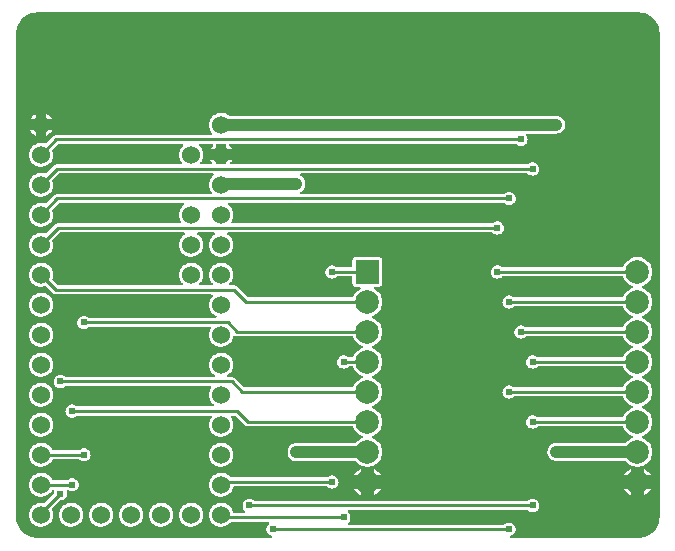
<source format=gtl>
G04 Layer: TopLayer*
G04 EasyEDA v6.5.9, 2022-09-16 14:53:16*
G04 a67cddfb3fce44daa9051d46cbbcc19f,10*
G04 Gerber Generator version 0.2*
G04 Scale: 100 percent, Rotated: No, Reflected: No *
G04 Dimensions in millimeters *
G04 leading zeros omitted , absolute positions ,4 integer and 5 decimal *
%FSLAX45Y45*%
%MOMM*%

%ADD10C,1.0000*%
%ADD11C,0.2500*%
%ADD12C,2.0000*%
%ADD13C,1.5240*%
%ADD14C,0.6096*%
%ADD15C,0.0162*%

%LPD*%
G36*
X200863Y25908D02*
G01*
X182422Y26873D01*
X165557Y29413D01*
X148996Y33578D01*
X132943Y39420D01*
X117500Y46736D01*
X102870Y55575D01*
X89204Y65786D01*
X76606Y77266D01*
X65125Y89966D01*
X55016Y103733D01*
X46278Y118414D01*
X39014Y133858D01*
X33324Y149961D01*
X29209Y166522D01*
X26771Y183438D01*
X25908Y200863D01*
X25908Y4299153D01*
X26873Y4317542D01*
X29413Y4334408D01*
X33578Y4350969D01*
X39420Y4367072D01*
X46736Y4382465D01*
X55575Y4397095D01*
X65786Y4410760D01*
X77266Y4423410D01*
X89966Y4434840D01*
X103733Y4445000D01*
X118414Y4453737D01*
X133858Y4460951D01*
X149961Y4466691D01*
X166522Y4470806D01*
X183438Y4473244D01*
X200863Y4474057D01*
X5299151Y4474057D01*
X5317540Y4473143D01*
X5334406Y4470603D01*
X5350967Y4466386D01*
X5367070Y4460595D01*
X5382463Y4453229D01*
X5397093Y4444441D01*
X5410758Y4434230D01*
X5423408Y4422698D01*
X5434838Y4409998D01*
X5444998Y4396282D01*
X5453735Y4381601D01*
X5460949Y4366107D01*
X5466689Y4350054D01*
X5470804Y4333443D01*
X5473242Y4316577D01*
X5474106Y4299153D01*
X5474106Y200863D01*
X5473141Y182422D01*
X5470601Y165557D01*
X5466384Y148996D01*
X5460593Y132943D01*
X5453227Y117500D01*
X5444439Y102870D01*
X5434228Y89204D01*
X5422696Y76606D01*
X5409996Y65125D01*
X5396280Y55016D01*
X5381599Y46278D01*
X5366105Y39014D01*
X5350052Y33324D01*
X5333441Y29209D01*
X5316575Y26771D01*
X5299151Y25908D01*
X4217517Y25908D01*
X4213453Y26771D01*
X4210100Y29159D01*
X4207967Y32715D01*
X4207408Y36830D01*
X4208576Y40792D01*
X4211218Y43992D01*
X4214926Y45872D01*
X4219244Y47040D01*
X4228185Y51206D01*
X4236212Y56845D01*
X4243171Y63754D01*
X4248810Y71831D01*
X4252925Y80721D01*
X4255465Y90220D01*
X4256328Y99974D01*
X4255465Y109778D01*
X4252925Y119278D01*
X4248810Y128168D01*
X4243171Y136245D01*
X4236212Y143154D01*
X4228185Y148793D01*
X4219244Y152958D01*
X4209796Y155498D01*
X4199991Y156362D01*
X4190187Y155498D01*
X4180738Y152958D01*
X4171797Y148793D01*
X4163771Y143154D01*
X4161993Y141376D01*
X4158691Y139192D01*
X4154830Y138430D01*
X2842107Y138430D01*
X2837992Y139293D01*
X2834538Y141782D01*
X2832455Y145440D01*
X2832049Y149656D01*
X2833370Y153720D01*
X2843174Y163779D01*
X2848813Y171805D01*
X2852928Y180746D01*
X2855468Y190195D01*
X2856331Y199999D01*
X2855468Y209804D01*
X2852928Y219252D01*
X2848813Y228193D01*
X2843174Y236220D01*
X2833370Y246278D01*
X2832049Y250342D01*
X2832455Y254558D01*
X2834538Y258216D01*
X2837992Y260705D01*
X2842107Y261569D01*
X4354830Y261569D01*
X4358690Y260807D01*
X4361992Y258622D01*
X4363770Y256844D01*
X4371797Y251206D01*
X4380738Y247040D01*
X4390186Y244500D01*
X4399991Y243636D01*
X4409795Y244500D01*
X4419244Y247040D01*
X4428185Y251206D01*
X4436211Y256844D01*
X4443171Y263753D01*
X4448810Y271830D01*
X4452924Y280720D01*
X4455464Y290220D01*
X4456328Y299974D01*
X4455464Y309778D01*
X4452924Y319278D01*
X4448810Y328168D01*
X4443171Y336245D01*
X4436211Y343154D01*
X4428185Y348792D01*
X4419244Y352958D01*
X4409795Y355498D01*
X4399991Y356362D01*
X4390186Y355498D01*
X4380738Y352958D01*
X4371797Y348792D01*
X4363770Y343154D01*
X4361992Y341376D01*
X4358690Y339191D01*
X4354830Y338429D01*
X2045157Y338429D01*
X2041296Y339191D01*
X2037994Y341376D01*
X2036216Y343154D01*
X2028189Y348792D01*
X2019249Y352958D01*
X2009800Y355498D01*
X1999996Y356362D01*
X1990191Y355498D01*
X1980742Y352958D01*
X1971802Y348792D01*
X1963775Y343154D01*
X1956816Y336245D01*
X1951177Y328168D01*
X1947062Y319278D01*
X1944522Y309778D01*
X1943658Y299974D01*
X1944522Y290220D01*
X1947062Y280720D01*
X1951177Y271830D01*
X1956816Y263753D01*
X1963775Y256844D01*
X1966620Y253695D01*
X1967941Y249682D01*
X1967534Y245465D01*
X1965452Y241808D01*
X1961997Y239267D01*
X1957882Y238404D01*
X1870913Y238404D01*
X1867509Y239014D01*
X1864461Y240690D01*
X1862226Y243332D01*
X1860956Y246532D01*
X1860448Y248970D01*
X1855978Y261874D01*
X1849831Y274015D01*
X1842109Y285242D01*
X1832965Y295402D01*
X1822551Y304190D01*
X1811070Y311505D01*
X1798675Y317246D01*
X1785670Y321310D01*
X1772208Y323545D01*
X1758594Y324002D01*
X1745030Y322681D01*
X1731772Y319481D01*
X1719021Y314604D01*
X1707083Y308051D01*
X1696110Y299974D01*
X1686306Y290474D01*
X1677822Y279755D01*
X1670862Y268020D01*
X1665579Y255473D01*
X1661972Y242316D01*
X1660143Y228803D01*
X1660143Y215188D01*
X1661972Y201676D01*
X1665579Y188518D01*
X1670862Y175971D01*
X1677822Y164236D01*
X1686306Y153517D01*
X1696110Y144018D01*
X1707083Y135940D01*
X1719021Y129387D01*
X1731772Y124510D01*
X1745030Y121310D01*
X1758594Y119989D01*
X1772208Y120446D01*
X1785670Y122682D01*
X1798675Y126746D01*
X1811070Y132486D01*
X1822551Y139801D01*
X1832965Y148590D01*
X1841703Y158242D01*
X1845106Y160731D01*
X1849221Y161594D01*
X2157882Y161594D01*
X2161997Y160731D01*
X2165451Y158191D01*
X2167534Y154533D01*
X2167940Y150317D01*
X2166620Y146304D01*
X2163775Y143154D01*
X2156815Y136245D01*
X2151176Y128168D01*
X2147062Y119278D01*
X2144522Y109778D01*
X2143658Y99974D01*
X2144522Y90220D01*
X2147062Y80721D01*
X2151176Y71831D01*
X2156815Y63754D01*
X2163775Y56845D01*
X2171801Y51206D01*
X2180742Y47040D01*
X2185060Y45872D01*
X2188768Y43992D01*
X2191410Y40792D01*
X2192578Y36830D01*
X2192020Y32715D01*
X2189886Y29159D01*
X2186533Y26771D01*
X2182469Y25908D01*
G37*

%LPC*%
G36*
X146202Y3568446D02*
G01*
X193548Y3568446D01*
X193548Y3615791D01*
X183083Y3610051D01*
X172110Y3601974D01*
X162306Y3592474D01*
X153822Y3581755D01*
X146862Y3570020D01*
G37*
G36*
X488594Y119989D02*
G01*
X502208Y120446D01*
X515670Y122682D01*
X528675Y126746D01*
X541070Y132486D01*
X552551Y139801D01*
X562965Y148590D01*
X572109Y158750D01*
X579831Y169976D01*
X585978Y182118D01*
X590448Y195021D01*
X593191Y208381D01*
X594106Y221996D01*
X593191Y235610D01*
X590448Y248970D01*
X585978Y261874D01*
X579831Y274015D01*
X572109Y285242D01*
X562965Y295402D01*
X552551Y304190D01*
X541070Y311505D01*
X528675Y317246D01*
X515670Y321310D01*
X502208Y323545D01*
X488594Y324002D01*
X475030Y322681D01*
X461772Y319481D01*
X449021Y314604D01*
X437083Y308051D01*
X426110Y299974D01*
X416306Y290474D01*
X407822Y279755D01*
X400862Y268020D01*
X395579Y255473D01*
X391972Y242316D01*
X390144Y228803D01*
X390144Y215188D01*
X391972Y201676D01*
X395579Y188518D01*
X400862Y175971D01*
X407822Y164236D01*
X416306Y153517D01*
X426110Y144018D01*
X437083Y135940D01*
X449021Y129387D01*
X461772Y124510D01*
X475030Y121310D01*
G37*
G36*
X1504594Y119989D02*
G01*
X1518208Y120446D01*
X1531670Y122682D01*
X1544675Y126746D01*
X1557070Y132486D01*
X1568551Y139801D01*
X1578965Y148590D01*
X1588109Y158750D01*
X1595831Y169976D01*
X1601978Y182118D01*
X1606448Y195021D01*
X1609191Y208381D01*
X1610106Y221996D01*
X1609191Y235610D01*
X1606448Y248970D01*
X1601978Y261874D01*
X1595831Y274015D01*
X1588109Y285242D01*
X1578965Y295402D01*
X1568551Y304190D01*
X1557070Y311505D01*
X1544675Y317246D01*
X1531670Y321310D01*
X1518208Y323545D01*
X1504594Y324002D01*
X1491030Y322681D01*
X1477772Y319481D01*
X1465021Y314604D01*
X1453083Y308051D01*
X1442110Y299974D01*
X1432306Y290474D01*
X1423822Y279755D01*
X1416862Y268020D01*
X1411579Y255473D01*
X1407972Y242316D01*
X1406144Y228803D01*
X1406144Y215188D01*
X1407972Y201676D01*
X1411579Y188518D01*
X1416862Y175971D01*
X1423822Y164236D01*
X1432306Y153517D01*
X1442110Y144018D01*
X1453083Y135940D01*
X1465021Y129387D01*
X1477772Y124510D01*
X1491030Y121310D01*
G37*
G36*
X1250594Y119989D02*
G01*
X1264208Y120446D01*
X1277670Y122682D01*
X1290675Y126746D01*
X1303070Y132486D01*
X1314551Y139801D01*
X1324965Y148590D01*
X1334109Y158750D01*
X1341831Y169976D01*
X1347978Y182118D01*
X1352448Y195021D01*
X1355191Y208381D01*
X1356106Y221996D01*
X1355191Y235610D01*
X1352448Y248970D01*
X1347978Y261874D01*
X1341831Y274015D01*
X1334109Y285242D01*
X1324965Y295402D01*
X1314551Y304190D01*
X1303070Y311505D01*
X1290675Y317246D01*
X1277670Y321310D01*
X1264208Y323545D01*
X1250594Y324002D01*
X1237030Y322681D01*
X1223772Y319481D01*
X1211021Y314604D01*
X1199083Y308051D01*
X1188110Y299974D01*
X1178306Y290474D01*
X1169822Y279755D01*
X1162862Y268020D01*
X1157579Y255473D01*
X1153972Y242316D01*
X1152144Y228803D01*
X1152144Y215188D01*
X1153972Y201676D01*
X1157579Y188518D01*
X1162862Y175971D01*
X1169822Y164236D01*
X1178306Y153517D01*
X1188110Y144018D01*
X1199083Y135940D01*
X1211021Y129387D01*
X1223772Y124510D01*
X1237030Y121310D01*
G37*
G36*
X742594Y119989D02*
G01*
X756208Y120446D01*
X769670Y122682D01*
X782675Y126746D01*
X795070Y132486D01*
X806551Y139801D01*
X816965Y148590D01*
X826109Y158750D01*
X833831Y169976D01*
X839978Y182118D01*
X844448Y195021D01*
X847191Y208381D01*
X848106Y221996D01*
X847191Y235610D01*
X844448Y248970D01*
X839978Y261874D01*
X833831Y274015D01*
X826109Y285242D01*
X816965Y295402D01*
X806551Y304190D01*
X795070Y311505D01*
X782675Y317246D01*
X769670Y321310D01*
X756208Y323545D01*
X742594Y324002D01*
X729030Y322681D01*
X715772Y319481D01*
X703021Y314604D01*
X691083Y308051D01*
X680110Y299974D01*
X670306Y290474D01*
X661822Y279755D01*
X654862Y268020D01*
X649579Y255473D01*
X645972Y242316D01*
X644144Y228803D01*
X644144Y215188D01*
X645972Y201676D01*
X649579Y188518D01*
X654862Y175971D01*
X661822Y164236D01*
X670306Y153517D01*
X680110Y144018D01*
X691083Y135940D01*
X703021Y129387D01*
X715772Y124510D01*
X729030Y121310D01*
G37*
G36*
X996594Y119989D02*
G01*
X1010208Y120446D01*
X1023670Y122682D01*
X1036675Y126746D01*
X1049070Y132486D01*
X1060551Y139801D01*
X1070965Y148590D01*
X1080109Y158750D01*
X1087831Y169976D01*
X1093978Y182118D01*
X1098448Y195021D01*
X1101191Y208381D01*
X1102106Y221996D01*
X1101191Y235610D01*
X1098448Y248970D01*
X1093978Y261874D01*
X1087831Y274015D01*
X1080109Y285242D01*
X1070965Y295402D01*
X1060551Y304190D01*
X1049070Y311505D01*
X1036675Y317246D01*
X1023670Y321310D01*
X1010208Y323545D01*
X996594Y324002D01*
X983030Y322681D01*
X969771Y319481D01*
X957021Y314604D01*
X945083Y308051D01*
X934110Y299974D01*
X924306Y290474D01*
X915822Y279755D01*
X908862Y268020D01*
X903579Y255473D01*
X899972Y242316D01*
X898144Y228803D01*
X898144Y215188D01*
X899972Y201676D01*
X903579Y188518D01*
X908862Y175971D01*
X915822Y164236D01*
X924306Y153517D01*
X934110Y144018D01*
X945083Y135940D01*
X957021Y129387D01*
X969771Y124510D01*
X983030Y121310D01*
G37*
G36*
X234594Y119989D02*
G01*
X248208Y120446D01*
X261670Y122682D01*
X274675Y126746D01*
X287070Y132486D01*
X298551Y139801D01*
X308965Y148590D01*
X318109Y158750D01*
X325831Y169976D01*
X331978Y182118D01*
X336448Y195021D01*
X339191Y208381D01*
X340106Y221996D01*
X339191Y235610D01*
X336448Y248970D01*
X331978Y261874D01*
X329996Y265785D01*
X328930Y269849D01*
X329590Y274015D01*
X331876Y277571D01*
X395173Y340817D01*
X398068Y342849D01*
X401472Y343763D01*
X409803Y344525D01*
X419252Y347065D01*
X428193Y351180D01*
X436219Y356819D01*
X443179Y363778D01*
X448818Y371805D01*
X452932Y380746D01*
X455472Y390194D01*
X456336Y399999D01*
X455472Y409803D01*
X453186Y418338D01*
X452983Y422452D01*
X454355Y426313D01*
X457200Y429259D01*
X460959Y430885D01*
X465074Y430885D01*
X468833Y429259D01*
X471830Y427177D01*
X480720Y423062D01*
X490220Y420522D01*
X500024Y419658D01*
X509778Y420522D01*
X519277Y423062D01*
X528167Y427177D01*
X536244Y432816D01*
X543153Y439775D01*
X548792Y447801D01*
X552958Y456742D01*
X555498Y466191D01*
X556361Y475996D01*
X555498Y485800D01*
X552958Y495249D01*
X548792Y504190D01*
X543153Y512216D01*
X536244Y519176D01*
X528167Y524814D01*
X519277Y528929D01*
X509778Y531469D01*
X500024Y532333D01*
X490220Y531469D01*
X480720Y528929D01*
X471830Y524814D01*
X463753Y519176D01*
X461975Y517398D01*
X458724Y515162D01*
X454812Y514400D01*
X338937Y514400D01*
X335330Y515061D01*
X332130Y517042D01*
X329895Y519988D01*
X325831Y528015D01*
X318109Y539242D01*
X308965Y549402D01*
X298551Y558190D01*
X287070Y565505D01*
X274675Y571246D01*
X261670Y575310D01*
X248208Y577545D01*
X234594Y578002D01*
X221030Y576681D01*
X207771Y573481D01*
X195021Y568604D01*
X183083Y562051D01*
X172110Y553974D01*
X162306Y544474D01*
X153822Y533755D01*
X146862Y522020D01*
X141579Y509473D01*
X137972Y496316D01*
X136144Y482803D01*
X136144Y469188D01*
X137972Y455676D01*
X141579Y442518D01*
X146862Y429971D01*
X153822Y418236D01*
X162306Y407517D01*
X172110Y398018D01*
X183083Y389940D01*
X195021Y383387D01*
X207771Y378510D01*
X221030Y375310D01*
X234594Y373989D01*
X248208Y374446D01*
X261670Y376682D01*
X274675Y380746D01*
X287070Y386486D01*
X298551Y393801D01*
X308965Y402590D01*
X318109Y412750D01*
X325831Y423976D01*
X329895Y432003D01*
X332130Y434949D01*
X335330Y436930D01*
X339648Y437591D01*
X343611Y436778D01*
X346964Y434492D01*
X349148Y431088D01*
X349808Y427075D01*
X348843Y423113D01*
X347065Y419252D01*
X344525Y409803D01*
X343763Y401472D01*
X342849Y398068D01*
X340817Y395173D01*
X269900Y324256D01*
X267309Y322376D01*
X264261Y321360D01*
X261061Y321411D01*
X248208Y323545D01*
X234594Y324002D01*
X221030Y322681D01*
X207771Y319481D01*
X195021Y314604D01*
X183083Y308051D01*
X172110Y299974D01*
X162306Y290474D01*
X153822Y279755D01*
X146862Y268020D01*
X141579Y255473D01*
X137972Y242316D01*
X136144Y228803D01*
X136144Y215188D01*
X137972Y201676D01*
X141579Y188518D01*
X146862Y175971D01*
X153822Y164236D01*
X162306Y153517D01*
X172110Y144018D01*
X183083Y135940D01*
X195021Y129387D01*
X207771Y124510D01*
X221030Y121310D01*
G37*
G36*
X282448Y3568446D02*
G01*
X329641Y3568446D01*
X325831Y3576015D01*
X318109Y3587242D01*
X308965Y3597401D01*
X298551Y3606190D01*
X287070Y3613505D01*
X282448Y3615639D01*
G37*
G36*
X282448Y3432352D02*
G01*
X287070Y3434486D01*
X298551Y3441801D01*
X308965Y3450590D01*
X318109Y3460750D01*
X325831Y3471976D01*
X329641Y3479546D01*
X282448Y3479546D01*
G37*
G36*
X193548Y3432200D02*
G01*
X193548Y3479546D01*
X146202Y3479546D01*
X146862Y3477971D01*
X153822Y3466236D01*
X162306Y3455517D01*
X172110Y3446018D01*
X183083Y3437940D01*
G37*
G36*
X234594Y2405989D02*
G01*
X248208Y2406446D01*
X261670Y2408682D01*
X274675Y2412746D01*
X287070Y2418486D01*
X298551Y2425801D01*
X308965Y2434590D01*
X318109Y2444750D01*
X325831Y2455976D01*
X331978Y2468118D01*
X336448Y2481021D01*
X339191Y2494381D01*
X340106Y2507996D01*
X339191Y2521610D01*
X336448Y2534970D01*
X334111Y2541676D01*
X333552Y2545435D01*
X334416Y2549093D01*
X336550Y2552192D01*
X392938Y2608630D01*
X396240Y2610815D01*
X400100Y2611577D01*
X1445971Y2611577D01*
X1450086Y2610713D01*
X1453489Y2608224D01*
X1455623Y2604617D01*
X1456080Y2600401D01*
X1454810Y2596388D01*
X1451965Y2593238D01*
X1442110Y2585974D01*
X1432306Y2576474D01*
X1423822Y2565755D01*
X1416862Y2554020D01*
X1411579Y2541473D01*
X1407972Y2528316D01*
X1406144Y2514803D01*
X1406144Y2501188D01*
X1407972Y2487676D01*
X1411579Y2474518D01*
X1416862Y2461971D01*
X1423822Y2450236D01*
X1432306Y2439517D01*
X1442110Y2430018D01*
X1453083Y2421940D01*
X1465021Y2415387D01*
X1477772Y2410510D01*
X1491030Y2407310D01*
X1504594Y2405989D01*
X1518208Y2406446D01*
X1531670Y2408682D01*
X1544675Y2412746D01*
X1557070Y2418486D01*
X1568551Y2425801D01*
X1578965Y2434590D01*
X1588109Y2444750D01*
X1595831Y2455976D01*
X1601978Y2468118D01*
X1606448Y2481021D01*
X1609191Y2494381D01*
X1610106Y2507996D01*
X1609191Y2521610D01*
X1606448Y2534970D01*
X1601978Y2547874D01*
X1595831Y2560015D01*
X1588109Y2571242D01*
X1578965Y2581402D01*
X1568551Y2590190D01*
X1564335Y2592882D01*
X1561287Y2595930D01*
X1559763Y2599944D01*
X1560068Y2604262D01*
X1562150Y2608072D01*
X1565605Y2610662D01*
X1569821Y2611577D01*
X1699971Y2611577D01*
X1704086Y2610713D01*
X1707489Y2608224D01*
X1709623Y2604617D01*
X1710080Y2600401D01*
X1708810Y2596388D01*
X1705965Y2593238D01*
X1696110Y2585974D01*
X1686306Y2576474D01*
X1677822Y2565755D01*
X1670862Y2554020D01*
X1665579Y2541473D01*
X1661972Y2528316D01*
X1660143Y2514803D01*
X1660143Y2501188D01*
X1661972Y2487676D01*
X1665579Y2474518D01*
X1670862Y2461971D01*
X1677822Y2450236D01*
X1686306Y2439517D01*
X1696110Y2430018D01*
X1707083Y2421940D01*
X1719021Y2415387D01*
X1731772Y2410510D01*
X1745030Y2407310D01*
X1758594Y2405989D01*
X1772208Y2406446D01*
X1785670Y2408682D01*
X1798675Y2412746D01*
X1811070Y2418486D01*
X1822551Y2425801D01*
X1832965Y2434590D01*
X1842109Y2444750D01*
X1849831Y2455976D01*
X1855978Y2468118D01*
X1860448Y2481021D01*
X1863191Y2494381D01*
X1864106Y2507996D01*
X1863191Y2521610D01*
X1860448Y2534970D01*
X1855978Y2547874D01*
X1849831Y2560015D01*
X1842109Y2571242D01*
X1832965Y2581402D01*
X1822551Y2590190D01*
X1818335Y2592882D01*
X1815287Y2595930D01*
X1813763Y2599944D01*
X1814068Y2604262D01*
X1816150Y2608072D01*
X1819605Y2610662D01*
X1823821Y2611577D01*
X4054805Y2611577D01*
X4058716Y2610815D01*
X4061968Y2608630D01*
X4063746Y2606852D01*
X4071823Y2601214D01*
X4080713Y2597048D01*
X4090212Y2594508D01*
X4100017Y2593644D01*
X4109770Y2594508D01*
X4119270Y2597048D01*
X4128160Y2601214D01*
X4136237Y2606852D01*
X4143146Y2613761D01*
X4148785Y2621838D01*
X4152950Y2630728D01*
X4155490Y2640228D01*
X4156354Y2649982D01*
X4155490Y2659786D01*
X4152950Y2669286D01*
X4148785Y2678176D01*
X4143146Y2686202D01*
X4136237Y2693162D01*
X4128160Y2698800D01*
X4119270Y2702966D01*
X4109770Y2705506D01*
X4100017Y2706319D01*
X4090212Y2705506D01*
X4080713Y2702966D01*
X4071823Y2698800D01*
X4063746Y2693162D01*
X4061968Y2691384D01*
X4058716Y2689199D01*
X4054805Y2688386D01*
X1854301Y2688386D01*
X1850034Y2689352D01*
X1846580Y2691993D01*
X1844548Y2695854D01*
X1844293Y2700274D01*
X1845970Y2704338D01*
X1849831Y2709976D01*
X1855978Y2722118D01*
X1860448Y2735021D01*
X1863191Y2748381D01*
X1864106Y2761996D01*
X1863191Y2775610D01*
X1860448Y2788970D01*
X1855978Y2801874D01*
X1849831Y2814015D01*
X1842109Y2825242D01*
X1832965Y2835402D01*
X1823262Y2843580D01*
X1820722Y2846832D01*
X1819656Y2850794D01*
X1820265Y2854858D01*
X1822450Y2858312D01*
X1825802Y2860700D01*
X1829816Y2861513D01*
X4154881Y2861513D01*
X4158792Y2860751D01*
X4162044Y2858516D01*
X4163771Y2856839D01*
X4171797Y2851200D01*
X4180738Y2847035D01*
X4190187Y2844495D01*
X4199991Y2843631D01*
X4209796Y2844495D01*
X4219244Y2847035D01*
X4228185Y2851200D01*
X4236212Y2856839D01*
X4243171Y2863748D01*
X4248810Y2871825D01*
X4252925Y2880715D01*
X4255465Y2890215D01*
X4256328Y2899968D01*
X4255465Y2909773D01*
X4252925Y2919272D01*
X4248810Y2928162D01*
X4243171Y2936240D01*
X4236212Y2943148D01*
X4228185Y2948787D01*
X4219244Y2952953D01*
X4209796Y2955493D01*
X4199991Y2956356D01*
X4190187Y2955493D01*
X4180738Y2952953D01*
X4171797Y2948787D01*
X4163771Y2943148D01*
X4161891Y2941320D01*
X4158640Y2939084D01*
X4154728Y2938322D01*
X2439162Y2938322D01*
X2434844Y2939288D01*
X2431338Y2941980D01*
X2429357Y2945841D01*
X2429154Y2950260D01*
X2430830Y2954324D01*
X2434082Y2957271D01*
X2442718Y2962300D01*
X2451608Y2969361D01*
X2459329Y2977692D01*
X2465730Y2987040D01*
X2470607Y2997250D01*
X2473960Y3008122D01*
X2475687Y3019298D01*
X2475687Y3030677D01*
X2473960Y3041853D01*
X2470607Y3052724D01*
X2465730Y3062935D01*
X2459329Y3072282D01*
X2451608Y3080613D01*
X2442718Y3087674D01*
X2434183Y3092602D01*
X2430932Y3095599D01*
X2429256Y3099663D01*
X2429459Y3104032D01*
X2431491Y3107944D01*
X2434945Y3110636D01*
X2439263Y3111601D01*
X4354830Y3111601D01*
X4358690Y3110788D01*
X4361992Y3108604D01*
X4363770Y3106826D01*
X4371797Y3101187D01*
X4380738Y3097022D01*
X4390186Y3094482D01*
X4399991Y3093669D01*
X4409795Y3094482D01*
X4419244Y3097022D01*
X4428185Y3101187D01*
X4436211Y3106826D01*
X4443171Y3113786D01*
X4448810Y3121812D01*
X4452924Y3130702D01*
X4455464Y3140202D01*
X4456328Y3150006D01*
X4455464Y3159760D01*
X4452924Y3169259D01*
X4448810Y3178149D01*
X4443171Y3186226D01*
X4436211Y3193135D01*
X4428185Y3198774D01*
X4419244Y3202940D01*
X4409795Y3205480D01*
X4399991Y3206343D01*
X4390186Y3205480D01*
X4380738Y3202940D01*
X4371797Y3198774D01*
X4363770Y3193135D01*
X4361992Y3191357D01*
X4358690Y3189173D01*
X4354830Y3188411D01*
X1848408Y3188411D01*
X1844598Y3189122D01*
X1841347Y3191256D01*
X1839163Y3194456D01*
X1838248Y3198215D01*
X1838909Y3202076D01*
X1840890Y3205378D01*
X1842109Y3206750D01*
X1849831Y3217976D01*
X1853641Y3225546D01*
X1806448Y3225546D01*
X1806448Y3198571D01*
X1805686Y3194659D01*
X1803450Y3191357D01*
X1800199Y3189173D01*
X1796288Y3188411D01*
X1727707Y3188411D01*
X1723796Y3189173D01*
X1720545Y3191357D01*
X1718310Y3194659D01*
X1717548Y3198571D01*
X1717548Y3225546D01*
X1670202Y3225546D01*
X1670862Y3223971D01*
X1677822Y3212236D01*
X1683664Y3204870D01*
X1685594Y3200806D01*
X1685594Y3196285D01*
X1683613Y3192221D01*
X1680057Y3189427D01*
X1675688Y3188411D01*
X1594408Y3188411D01*
X1590598Y3189122D01*
X1587347Y3191256D01*
X1585163Y3194456D01*
X1584248Y3198215D01*
X1584909Y3202076D01*
X1586890Y3205378D01*
X1588109Y3206750D01*
X1595831Y3217976D01*
X1601978Y3230118D01*
X1606448Y3243021D01*
X1609191Y3256381D01*
X1610106Y3269996D01*
X1609191Y3283610D01*
X1606448Y3296970D01*
X1601978Y3309874D01*
X1595831Y3322015D01*
X1588109Y3333242D01*
X1578610Y3343656D01*
X1576070Y3346907D01*
X1575054Y3350869D01*
X1575663Y3354933D01*
X1577797Y3358387D01*
X1581150Y3360775D01*
X1585163Y3361588D01*
X1685036Y3361588D01*
X1688998Y3360775D01*
X1692300Y3358591D01*
X1694484Y3355238D01*
X1695196Y3351326D01*
X1694383Y3347415D01*
X1692148Y3344113D01*
X1686306Y3338474D01*
X1677822Y3327755D01*
X1670862Y3316020D01*
X1670202Y3314446D01*
X1717548Y3314446D01*
X1717548Y3351428D01*
X1718310Y3355289D01*
X1720545Y3358591D01*
X1723796Y3360826D01*
X1727707Y3361588D01*
X1796288Y3361588D01*
X1800199Y3360826D01*
X1803450Y3358591D01*
X1805686Y3355289D01*
X1806448Y3351428D01*
X1806448Y3314446D01*
X1853641Y3314446D01*
X1849831Y3322015D01*
X1842109Y3333242D01*
X1832610Y3343656D01*
X1830070Y3346907D01*
X1829054Y3350869D01*
X1829663Y3354933D01*
X1831797Y3358387D01*
X1835150Y3360775D01*
X1839163Y3361588D01*
X4254804Y3361588D01*
X4258716Y3360826D01*
X4261967Y3358591D01*
X4263745Y3356813D01*
X4271822Y3351174D01*
X4280712Y3347059D01*
X4290212Y3344519D01*
X4300016Y3343656D01*
X4309770Y3344519D01*
X4319270Y3347059D01*
X4328160Y3351174D01*
X4336237Y3356813D01*
X4343146Y3363772D01*
X4348784Y3371799D01*
X4352950Y3380740D01*
X4355490Y3390188D01*
X4356354Y3399993D01*
X4355490Y3409797D01*
X4352950Y3419246D01*
X4348784Y3428187D01*
X4345330Y3433114D01*
X4343654Y3437178D01*
X4343857Y3441547D01*
X4345889Y3445459D01*
X4349394Y3448151D01*
X4353661Y3449065D01*
X4599635Y3449065D01*
X4611319Y3449929D01*
X4622342Y3452469D01*
X4632909Y3456635D01*
X4642713Y3462274D01*
X4651603Y3469386D01*
X4659325Y3477666D01*
X4665726Y3487064D01*
X4670602Y3497275D01*
X4673955Y3508095D01*
X4675682Y3519322D01*
X4675682Y3530650D01*
X4673955Y3541877D01*
X4670602Y3552698D01*
X4665726Y3562908D01*
X4659325Y3572306D01*
X4651603Y3580587D01*
X4642713Y3587699D01*
X4632909Y3593337D01*
X4622342Y3597503D01*
X4611319Y3600043D01*
X4599635Y3600907D01*
X1832508Y3600907D01*
X1829054Y3601516D01*
X1825955Y3603294D01*
X1822551Y3606190D01*
X1811070Y3613505D01*
X1798675Y3619246D01*
X1785670Y3623310D01*
X1772208Y3625545D01*
X1758594Y3626002D01*
X1745030Y3624681D01*
X1731772Y3621481D01*
X1719021Y3616604D01*
X1707083Y3610051D01*
X1696110Y3601974D01*
X1686306Y3592474D01*
X1677822Y3581755D01*
X1670862Y3570020D01*
X1665579Y3557473D01*
X1661972Y3544315D01*
X1660143Y3530803D01*
X1660143Y3517188D01*
X1661972Y3503676D01*
X1665579Y3490518D01*
X1670862Y3477971D01*
X1677822Y3466236D01*
X1686814Y3454857D01*
X1688592Y3451504D01*
X1688998Y3447796D01*
X1688033Y3444138D01*
X1685747Y3441090D01*
X1682597Y3439109D01*
X1678889Y3438398D01*
X368503Y3438398D01*
X360527Y3437636D01*
X353314Y3435451D01*
X346659Y3431895D01*
X340461Y3426815D01*
X282295Y3368598D01*
X279247Y3366515D01*
X275691Y3365652D01*
X272084Y3366058D01*
X261670Y3369310D01*
X248208Y3371545D01*
X234594Y3372002D01*
X221030Y3370681D01*
X207771Y3367481D01*
X195021Y3362604D01*
X183083Y3356051D01*
X172110Y3347974D01*
X162306Y3338474D01*
X153822Y3327755D01*
X146862Y3316020D01*
X141579Y3303473D01*
X137972Y3290315D01*
X136144Y3276803D01*
X136144Y3263188D01*
X137972Y3249676D01*
X141579Y3236518D01*
X146862Y3223971D01*
X153822Y3212236D01*
X162306Y3201517D01*
X172110Y3192018D01*
X183083Y3183940D01*
X195021Y3177387D01*
X207771Y3172510D01*
X221030Y3169310D01*
X234594Y3167989D01*
X248208Y3168446D01*
X261670Y3170682D01*
X274675Y3174746D01*
X287070Y3180486D01*
X298551Y3187801D01*
X308965Y3196590D01*
X318109Y3206750D01*
X325831Y3217976D01*
X331978Y3230118D01*
X336448Y3243021D01*
X339191Y3256381D01*
X340106Y3269996D01*
X339191Y3283610D01*
X336448Y3296970D01*
X334111Y3303676D01*
X333552Y3307435D01*
X334416Y3311093D01*
X336550Y3314192D01*
X380949Y3358591D01*
X384200Y3360826D01*
X388112Y3361588D01*
X1431036Y3361588D01*
X1434998Y3360775D01*
X1438300Y3358591D01*
X1440484Y3355238D01*
X1441196Y3351326D01*
X1440383Y3347415D01*
X1438148Y3344113D01*
X1432306Y3338474D01*
X1423822Y3327755D01*
X1416862Y3316020D01*
X1411579Y3303473D01*
X1407972Y3290315D01*
X1406144Y3276803D01*
X1406144Y3263188D01*
X1407972Y3249676D01*
X1411579Y3236518D01*
X1416862Y3223971D01*
X1423822Y3212236D01*
X1429664Y3204870D01*
X1431594Y3200806D01*
X1431594Y3196285D01*
X1429613Y3192221D01*
X1426057Y3189427D01*
X1421688Y3188411D01*
X372516Y3188411D01*
X364490Y3187598D01*
X357327Y3185414D01*
X350672Y3181908D01*
X344474Y3176778D01*
X282295Y3114598D01*
X279247Y3112516D01*
X275691Y3111652D01*
X272084Y3112058D01*
X261670Y3115310D01*
X248208Y3117545D01*
X234594Y3118002D01*
X221030Y3116681D01*
X207771Y3113481D01*
X195021Y3108604D01*
X183083Y3102051D01*
X172110Y3093974D01*
X162306Y3084474D01*
X153822Y3073755D01*
X146862Y3062020D01*
X141579Y3049473D01*
X137972Y3036316D01*
X136144Y3022803D01*
X136144Y3009188D01*
X137972Y2995676D01*
X141579Y2982518D01*
X146862Y2969971D01*
X153822Y2958236D01*
X162306Y2947517D01*
X172110Y2938018D01*
X183083Y2929940D01*
X195021Y2923387D01*
X207771Y2918510D01*
X221030Y2915310D01*
X234594Y2913989D01*
X248208Y2914446D01*
X261670Y2916682D01*
X274675Y2920746D01*
X287070Y2926486D01*
X298551Y2933801D01*
X308965Y2942590D01*
X318109Y2952750D01*
X325831Y2963976D01*
X331978Y2976118D01*
X336448Y2989021D01*
X339191Y3002381D01*
X340106Y3015996D01*
X339191Y3029610D01*
X336448Y3042970D01*
X334111Y3049676D01*
X333552Y3053435D01*
X334416Y3057093D01*
X336550Y3060192D01*
X384911Y3108604D01*
X388213Y3110788D01*
X392125Y3111601D01*
X1689201Y3111601D01*
X1693113Y3110788D01*
X1696415Y3108553D01*
X1698599Y3105251D01*
X1699361Y3101289D01*
X1698548Y3097428D01*
X1696262Y3094126D01*
X1686306Y3084474D01*
X1677822Y3073755D01*
X1670862Y3062020D01*
X1665579Y3049473D01*
X1661972Y3036316D01*
X1660143Y3022803D01*
X1660143Y3009188D01*
X1661972Y2995676D01*
X1665579Y2982518D01*
X1670862Y2969971D01*
X1677822Y2958236D01*
X1680565Y2954782D01*
X1682496Y2950718D01*
X1682496Y2946196D01*
X1680514Y2942132D01*
X1676958Y2939338D01*
X1672589Y2938322D01*
X376428Y2938322D01*
X368452Y2937560D01*
X361238Y2935376D01*
X354584Y2931820D01*
X348386Y2926740D01*
X282295Y2860598D01*
X279247Y2858516D01*
X275691Y2857652D01*
X272084Y2858058D01*
X261670Y2861310D01*
X248208Y2863545D01*
X234594Y2864002D01*
X221030Y2862681D01*
X207771Y2859481D01*
X195021Y2854604D01*
X183083Y2848051D01*
X172110Y2839974D01*
X162306Y2830474D01*
X153822Y2819755D01*
X146862Y2808020D01*
X141579Y2795473D01*
X137972Y2782316D01*
X136144Y2768803D01*
X136144Y2755188D01*
X137972Y2741676D01*
X141579Y2728518D01*
X146862Y2715971D01*
X153822Y2704236D01*
X162306Y2693517D01*
X172110Y2684018D01*
X183083Y2675940D01*
X195021Y2669387D01*
X207771Y2664510D01*
X221030Y2661310D01*
X234594Y2659989D01*
X248208Y2660446D01*
X261670Y2662682D01*
X274675Y2666746D01*
X287070Y2672486D01*
X298551Y2679801D01*
X308965Y2688590D01*
X318109Y2698750D01*
X325831Y2709976D01*
X331978Y2722118D01*
X336448Y2735021D01*
X339191Y2748381D01*
X340106Y2761996D01*
X339191Y2775610D01*
X336448Y2788970D01*
X334111Y2795676D01*
X333552Y2799435D01*
X334416Y2803093D01*
X336550Y2806192D01*
X388874Y2858516D01*
X392125Y2860751D01*
X396036Y2861513D01*
X1440434Y2861513D01*
X1444548Y2860649D01*
X1447952Y2858160D01*
X1450086Y2854502D01*
X1450543Y2850337D01*
X1449273Y2846324D01*
X1446479Y2843174D01*
X1442110Y2839974D01*
X1432306Y2830474D01*
X1423822Y2819755D01*
X1416862Y2808020D01*
X1411579Y2795473D01*
X1407972Y2782316D01*
X1406144Y2768803D01*
X1406144Y2755188D01*
X1407972Y2741676D01*
X1411579Y2728518D01*
X1416862Y2715971D01*
X1424127Y2703728D01*
X1425448Y2699715D01*
X1425041Y2695498D01*
X1422958Y2691790D01*
X1419555Y2689301D01*
X1415389Y2688386D01*
X380492Y2688386D01*
X372516Y2687624D01*
X365302Y2685440D01*
X358698Y2681884D01*
X352501Y2676804D01*
X282295Y2606598D01*
X279247Y2604516D01*
X275691Y2603652D01*
X272084Y2604058D01*
X261670Y2607310D01*
X248208Y2609545D01*
X234594Y2610002D01*
X221030Y2608681D01*
X207771Y2605481D01*
X195021Y2600604D01*
X183083Y2594051D01*
X172110Y2585974D01*
X162306Y2576474D01*
X153822Y2565755D01*
X146862Y2554020D01*
X141579Y2541473D01*
X137972Y2528316D01*
X136144Y2514803D01*
X136144Y2501188D01*
X137972Y2487676D01*
X141579Y2474518D01*
X146862Y2461971D01*
X153822Y2450236D01*
X162306Y2439517D01*
X172110Y2430018D01*
X183083Y2421940D01*
X195021Y2415387D01*
X207771Y2410510D01*
X221030Y2407310D01*
G37*
G36*
X234594Y1897989D02*
G01*
X248208Y1898446D01*
X261670Y1900682D01*
X274675Y1904746D01*
X287070Y1910486D01*
X298551Y1917801D01*
X308965Y1926589D01*
X318109Y1936750D01*
X325831Y1947976D01*
X331978Y1960118D01*
X336448Y1973021D01*
X339191Y1986381D01*
X340106Y1999996D01*
X339191Y2013610D01*
X336448Y2026970D01*
X331978Y2039874D01*
X325831Y2052015D01*
X318109Y2063242D01*
X308965Y2073402D01*
X298551Y2082190D01*
X287070Y2089505D01*
X274675Y2095246D01*
X261670Y2099310D01*
X248208Y2101545D01*
X234594Y2102002D01*
X221030Y2100681D01*
X207771Y2097481D01*
X195021Y2092604D01*
X183083Y2086051D01*
X172110Y2077974D01*
X162306Y2068474D01*
X153822Y2057755D01*
X146862Y2046020D01*
X141579Y2033473D01*
X137972Y2020316D01*
X136144Y2006803D01*
X136144Y1993188D01*
X137972Y1979675D01*
X141579Y1966518D01*
X146862Y1953971D01*
X153822Y1942236D01*
X162306Y1931517D01*
X172110Y1922018D01*
X183083Y1913940D01*
X195021Y1907387D01*
X207771Y1902510D01*
X221030Y1899310D01*
G37*
G36*
X234594Y1643989D02*
G01*
X248208Y1644446D01*
X261670Y1646682D01*
X274675Y1650746D01*
X287070Y1656486D01*
X298551Y1663801D01*
X308965Y1672589D01*
X318109Y1682750D01*
X325831Y1693976D01*
X331978Y1706118D01*
X336448Y1719021D01*
X339191Y1732381D01*
X340106Y1745996D01*
X339191Y1759610D01*
X336448Y1772970D01*
X331978Y1785874D01*
X325831Y1798015D01*
X318109Y1809242D01*
X308965Y1819402D01*
X298551Y1828190D01*
X287070Y1835505D01*
X274675Y1841246D01*
X261670Y1845310D01*
X248208Y1847545D01*
X234594Y1848002D01*
X221030Y1846681D01*
X207771Y1843481D01*
X195021Y1838604D01*
X183083Y1832051D01*
X172110Y1823974D01*
X162306Y1814474D01*
X153822Y1803755D01*
X146862Y1792020D01*
X141579Y1779473D01*
X137972Y1766316D01*
X136144Y1752803D01*
X136144Y1739188D01*
X137972Y1725675D01*
X141579Y1712518D01*
X146862Y1699971D01*
X153822Y1688236D01*
X162306Y1677517D01*
X172110Y1668018D01*
X183083Y1659940D01*
X195021Y1653387D01*
X207771Y1648510D01*
X221030Y1645310D01*
G37*
G36*
X234594Y1135989D02*
G01*
X248208Y1136446D01*
X261670Y1138682D01*
X274675Y1142746D01*
X287070Y1148486D01*
X298551Y1155801D01*
X308965Y1164590D01*
X318109Y1174750D01*
X325831Y1185976D01*
X331978Y1198118D01*
X336448Y1211021D01*
X339191Y1224381D01*
X340106Y1237996D01*
X339191Y1251610D01*
X336448Y1264970D01*
X331978Y1277874D01*
X325831Y1290015D01*
X318109Y1301242D01*
X308965Y1311402D01*
X298551Y1320190D01*
X287070Y1327505D01*
X274675Y1333246D01*
X261670Y1337310D01*
X248208Y1339545D01*
X234594Y1340002D01*
X221030Y1338681D01*
X207771Y1335481D01*
X195021Y1330604D01*
X183083Y1324051D01*
X172110Y1315974D01*
X162306Y1306474D01*
X153822Y1295755D01*
X146862Y1284020D01*
X141579Y1271473D01*
X137972Y1258316D01*
X136144Y1244803D01*
X136144Y1231188D01*
X137972Y1217676D01*
X141579Y1204518D01*
X146862Y1191971D01*
X153822Y1180236D01*
X162306Y1169517D01*
X172110Y1160018D01*
X183083Y1151940D01*
X195021Y1145387D01*
X207771Y1140510D01*
X221030Y1137310D01*
G37*
G36*
X1758594Y373989D02*
G01*
X1772208Y374446D01*
X1785670Y376682D01*
X1798675Y380746D01*
X1811070Y386486D01*
X1822551Y393801D01*
X1832965Y402590D01*
X1842109Y412750D01*
X1849831Y423976D01*
X1855978Y436118D01*
X1860448Y449021D01*
X1861362Y453440D01*
X1862632Y456692D01*
X1864868Y459282D01*
X1867916Y461009D01*
X1871319Y461568D01*
X2654808Y461568D01*
X2658719Y460806D01*
X2661970Y458622D01*
X2663748Y456844D01*
X2671826Y451205D01*
X2680716Y447040D01*
X2690215Y444500D01*
X2700020Y443636D01*
X2709773Y444500D01*
X2719273Y447040D01*
X2728163Y451205D01*
X2736240Y456844D01*
X2743149Y463753D01*
X2748788Y471830D01*
X2752953Y480720D01*
X2755493Y490220D01*
X2756357Y499973D01*
X2755493Y509778D01*
X2752953Y519277D01*
X2748788Y528167D01*
X2743149Y536244D01*
X2736240Y543153D01*
X2728163Y548792D01*
X2719273Y552958D01*
X2709773Y555498D01*
X2700020Y556361D01*
X2690215Y555498D01*
X2680716Y552958D01*
X2671826Y548792D01*
X2663748Y543153D01*
X2661970Y541375D01*
X2658719Y539191D01*
X2654808Y538429D01*
X1847392Y538429D01*
X1843278Y539292D01*
X1839874Y541731D01*
X1832965Y549402D01*
X1822551Y558190D01*
X1811070Y565505D01*
X1798675Y571246D01*
X1785670Y575310D01*
X1772208Y577545D01*
X1758594Y578002D01*
X1745030Y576681D01*
X1731772Y573481D01*
X1719021Y568604D01*
X1707083Y562051D01*
X1696110Y553974D01*
X1686306Y544474D01*
X1677822Y533755D01*
X1670862Y522020D01*
X1665579Y509473D01*
X1661972Y496316D01*
X1660143Y482803D01*
X1660143Y469188D01*
X1661972Y455676D01*
X1665579Y442518D01*
X1670862Y429971D01*
X1677822Y418236D01*
X1686306Y407517D01*
X1696110Y398018D01*
X1707083Y389940D01*
X1719021Y383387D01*
X1731772Y378510D01*
X1745030Y375310D01*
G37*
G36*
X5342331Y387553D02*
G01*
X5344515Y388518D01*
X5357520Y396392D01*
X5369458Y405790D01*
X5380228Y416509D01*
X5389575Y428498D01*
X5397449Y441502D01*
X5398414Y443636D01*
X5342331Y443636D01*
G37*
G36*
X3056331Y387553D02*
G01*
X3058515Y388518D01*
X3071520Y396392D01*
X3083458Y405790D01*
X3094228Y416509D01*
X3103575Y428498D01*
X3111449Y441502D01*
X3112414Y443636D01*
X3056331Y443636D01*
G37*
G36*
X2943656Y387553D02*
G01*
X2943656Y443636D01*
X2887573Y443636D01*
X2888538Y441502D01*
X2896412Y428498D01*
X2905760Y416509D01*
X2916529Y405790D01*
X2928467Y396392D01*
X2941472Y388518D01*
G37*
G36*
X5229656Y387553D02*
G01*
X5229656Y443636D01*
X5173573Y443636D01*
X5174538Y441502D01*
X5182412Y428498D01*
X5191760Y416509D01*
X5202529Y405790D01*
X5214467Y396392D01*
X5227472Y388518D01*
G37*
G36*
X234594Y881989D02*
G01*
X248208Y882446D01*
X261670Y884682D01*
X274675Y888746D01*
X287070Y894486D01*
X298551Y901801D01*
X308965Y910590D01*
X318109Y920750D01*
X325831Y931976D01*
X331978Y944118D01*
X336448Y957021D01*
X339191Y970381D01*
X340106Y983996D01*
X339191Y997610D01*
X336448Y1010970D01*
X331978Y1023874D01*
X325831Y1036015D01*
X318109Y1047242D01*
X308965Y1057402D01*
X298551Y1066190D01*
X287070Y1073505D01*
X274675Y1079246D01*
X261670Y1083310D01*
X248208Y1085545D01*
X234594Y1086002D01*
X221030Y1084681D01*
X207771Y1081481D01*
X195021Y1076604D01*
X183083Y1070051D01*
X172110Y1061974D01*
X162306Y1052474D01*
X153822Y1041755D01*
X146862Y1030020D01*
X141579Y1017473D01*
X137972Y1004316D01*
X136144Y990803D01*
X136144Y977188D01*
X137972Y963676D01*
X141579Y950518D01*
X146862Y937971D01*
X153822Y926236D01*
X162306Y915517D01*
X172110Y906018D01*
X183083Y897940D01*
X195021Y891387D01*
X207771Y886510D01*
X221030Y883310D01*
G37*
G36*
X2999994Y628091D02*
G01*
X3015183Y629005D01*
X3030118Y631748D01*
X3044596Y636270D01*
X3058515Y642518D01*
X3071520Y650392D01*
X3083458Y659790D01*
X3094228Y670509D01*
X3103575Y682498D01*
X3111449Y695502D01*
X3117697Y709371D01*
X3122218Y723849D01*
X3124962Y738835D01*
X3125876Y753973D01*
X3124962Y769162D01*
X3122218Y784148D01*
X3117697Y798626D01*
X3111449Y812495D01*
X3103575Y825500D01*
X3094228Y837488D01*
X3083458Y848207D01*
X3071520Y857605D01*
X3058515Y865479D01*
X3044596Y871728D01*
X3041396Y873963D01*
X3039313Y877214D01*
X3038602Y880973D01*
X3039313Y884783D01*
X3041396Y888034D01*
X3044596Y890269D01*
X3058515Y896518D01*
X3071520Y904392D01*
X3083458Y913790D01*
X3094228Y924509D01*
X3103575Y936498D01*
X3111449Y949502D01*
X3117697Y963371D01*
X3122218Y977849D01*
X3124962Y992835D01*
X3125876Y1007973D01*
X3124962Y1023162D01*
X3122218Y1038148D01*
X3117697Y1052626D01*
X3111449Y1066495D01*
X3103575Y1079500D01*
X3094228Y1091488D01*
X3083458Y1102207D01*
X3071520Y1111605D01*
X3058515Y1119479D01*
X3044596Y1125728D01*
X3041396Y1127963D01*
X3039313Y1131214D01*
X3038602Y1134973D01*
X3039313Y1138783D01*
X3041396Y1142034D01*
X3044596Y1144270D01*
X3058515Y1150518D01*
X3071520Y1158392D01*
X3083458Y1167790D01*
X3094228Y1178509D01*
X3103575Y1190498D01*
X3111449Y1203502D01*
X3117697Y1217371D01*
X3122218Y1231849D01*
X3124962Y1246835D01*
X3125876Y1261973D01*
X3124962Y1277162D01*
X3122218Y1292148D01*
X3117697Y1306626D01*
X3111449Y1320495D01*
X3103575Y1333500D01*
X3094228Y1345488D01*
X3083458Y1356207D01*
X3071520Y1365605D01*
X3058515Y1373479D01*
X3044596Y1379728D01*
X3041396Y1381963D01*
X3039313Y1385214D01*
X3038602Y1388973D01*
X3039313Y1392783D01*
X3041396Y1396034D01*
X3044596Y1398270D01*
X3058515Y1404518D01*
X3071520Y1412392D01*
X3083458Y1421790D01*
X3094228Y1432509D01*
X3103575Y1444498D01*
X3111449Y1457502D01*
X3117697Y1471371D01*
X3122218Y1485849D01*
X3124962Y1500835D01*
X3125876Y1515973D01*
X3124962Y1531162D01*
X3122218Y1546148D01*
X3117697Y1560626D01*
X3111449Y1574495D01*
X3103575Y1587500D01*
X3094228Y1599488D01*
X3083458Y1610207D01*
X3071520Y1619605D01*
X3058515Y1627479D01*
X3044596Y1633728D01*
X3041396Y1635963D01*
X3039313Y1639214D01*
X3038602Y1642973D01*
X3039313Y1646783D01*
X3041396Y1650034D01*
X3044596Y1652270D01*
X3058515Y1658518D01*
X3071520Y1666392D01*
X3083458Y1675790D01*
X3094228Y1686509D01*
X3103575Y1698498D01*
X3111449Y1711502D01*
X3117697Y1725371D01*
X3122218Y1739849D01*
X3124962Y1754835D01*
X3125876Y1769973D01*
X3124962Y1785162D01*
X3122218Y1800148D01*
X3117697Y1814626D01*
X3111449Y1828495D01*
X3103575Y1841500D01*
X3094228Y1853488D01*
X3083458Y1864207D01*
X3071520Y1873605D01*
X3058515Y1881479D01*
X3044596Y1887728D01*
X3041396Y1889963D01*
X3039313Y1893214D01*
X3038602Y1896973D01*
X3039313Y1900783D01*
X3041396Y1904034D01*
X3044596Y1906270D01*
X3058515Y1912518D01*
X3071520Y1920392D01*
X3083458Y1929790D01*
X3094228Y1940509D01*
X3103575Y1952498D01*
X3111449Y1965502D01*
X3117697Y1979371D01*
X3122218Y1993849D01*
X3124962Y2008835D01*
X3125876Y2023973D01*
X3124962Y2039162D01*
X3122218Y2054148D01*
X3117697Y2068626D01*
X3111449Y2082495D01*
X3103575Y2095500D01*
X3094228Y2107488D01*
X3083458Y2118207D01*
X3071520Y2127605D01*
X3062173Y2133244D01*
X3059023Y2136241D01*
X3057398Y2140305D01*
X3057652Y2144674D01*
X3059684Y2148535D01*
X3063189Y2151176D01*
X3067456Y2152091D01*
X3099409Y2152091D01*
X3105759Y2152802D01*
X3111195Y2154732D01*
X3116122Y2157780D01*
X3120186Y2161895D01*
X3123285Y2166772D01*
X3125165Y2172258D01*
X3125927Y2178558D01*
X3125927Y2377440D01*
X3125165Y2383739D01*
X3123285Y2389225D01*
X3120186Y2394102D01*
X3116122Y2398217D01*
X3111195Y2401265D01*
X3105759Y2403195D01*
X3099409Y2403906D01*
X2900578Y2403906D01*
X2894228Y2403195D01*
X2888792Y2401265D01*
X2883865Y2398217D01*
X2879801Y2394102D01*
X2876702Y2389225D01*
X2874822Y2383739D01*
X2874111Y2377440D01*
X2874111Y2326589D01*
X2873298Y2322677D01*
X2871114Y2319375D01*
X2867812Y2317191D01*
X2863900Y2316429D01*
X2745181Y2316429D01*
X2741269Y2317191D01*
X2738018Y2319375D01*
X2736240Y2321153D01*
X2728163Y2326792D01*
X2719273Y2330958D01*
X2709773Y2333498D01*
X2700020Y2334361D01*
X2690215Y2333498D01*
X2680716Y2330958D01*
X2671826Y2326792D01*
X2663748Y2321153D01*
X2656840Y2314244D01*
X2651201Y2306167D01*
X2647035Y2297277D01*
X2644495Y2287778D01*
X2643632Y2277973D01*
X2644495Y2268220D01*
X2647035Y2258720D01*
X2651201Y2249830D01*
X2656840Y2241753D01*
X2663748Y2234844D01*
X2671826Y2229205D01*
X2680716Y2225040D01*
X2690215Y2222500D01*
X2700020Y2221636D01*
X2709773Y2222500D01*
X2719273Y2225040D01*
X2728163Y2229205D01*
X2736240Y2234844D01*
X2738018Y2236622D01*
X2741269Y2238806D01*
X2745181Y2239568D01*
X2863900Y2239568D01*
X2867812Y2238806D01*
X2871114Y2236622D01*
X2873298Y2233320D01*
X2874111Y2229408D01*
X2874111Y2178558D01*
X2874822Y2172258D01*
X2876702Y2166772D01*
X2879801Y2161895D01*
X2883865Y2157780D01*
X2888792Y2154732D01*
X2894228Y2152802D01*
X2900578Y2152091D01*
X2932531Y2152091D01*
X2936798Y2151176D01*
X2940304Y2148535D01*
X2942336Y2144674D01*
X2942590Y2140305D01*
X2940964Y2136241D01*
X2937814Y2133244D01*
X2928467Y2127605D01*
X2916529Y2118207D01*
X2905760Y2107488D01*
X2896412Y2095500D01*
X2888538Y2082495D01*
X2882239Y2068525D01*
X2880004Y2065375D01*
X2876753Y2063292D01*
X2872994Y2062530D01*
X1995982Y2062530D01*
X1992071Y2063292D01*
X1988820Y2065528D01*
X1902561Y2151786D01*
X1896364Y2156866D01*
X1889709Y2160422D01*
X1882495Y2162606D01*
X1874520Y2163368D01*
X1840280Y2163368D01*
X1836470Y2164130D01*
X1833219Y2166213D01*
X1830984Y2169414D01*
X1830120Y2173173D01*
X1830730Y2177034D01*
X1832711Y2180336D01*
X1842109Y2190750D01*
X1849831Y2201976D01*
X1855978Y2214118D01*
X1860448Y2227021D01*
X1863191Y2240381D01*
X1864106Y2253996D01*
X1863191Y2267610D01*
X1860448Y2280970D01*
X1855978Y2293874D01*
X1849831Y2306015D01*
X1842109Y2317242D01*
X1832965Y2327402D01*
X1822551Y2336190D01*
X1811070Y2343505D01*
X1798675Y2349246D01*
X1785670Y2353310D01*
X1772208Y2355545D01*
X1758594Y2356002D01*
X1745030Y2354681D01*
X1731772Y2351481D01*
X1719021Y2346604D01*
X1707083Y2340051D01*
X1696110Y2331974D01*
X1686306Y2322474D01*
X1677822Y2311755D01*
X1670862Y2300020D01*
X1665579Y2287473D01*
X1661972Y2274316D01*
X1660143Y2260803D01*
X1660143Y2247188D01*
X1661972Y2233676D01*
X1665579Y2220518D01*
X1670862Y2207971D01*
X1677822Y2196236D01*
X1686306Y2185517D01*
X1691132Y2180844D01*
X1693418Y2177542D01*
X1694230Y2173630D01*
X1693468Y2169718D01*
X1691284Y2166366D01*
X1687982Y2164181D01*
X1684070Y2163368D01*
X1586280Y2163368D01*
X1582470Y2164130D01*
X1579219Y2166213D01*
X1576984Y2169414D01*
X1576120Y2173173D01*
X1576730Y2177034D01*
X1578711Y2180336D01*
X1588109Y2190750D01*
X1595831Y2201976D01*
X1601978Y2214118D01*
X1606448Y2227021D01*
X1609191Y2240381D01*
X1610106Y2253996D01*
X1609191Y2267610D01*
X1606448Y2280970D01*
X1601978Y2293874D01*
X1595831Y2306015D01*
X1588109Y2317242D01*
X1578965Y2327402D01*
X1568551Y2336190D01*
X1557070Y2343505D01*
X1544675Y2349246D01*
X1531670Y2353310D01*
X1518208Y2355545D01*
X1504594Y2356002D01*
X1491030Y2354681D01*
X1477772Y2351481D01*
X1465021Y2346604D01*
X1453083Y2340051D01*
X1442110Y2331974D01*
X1432306Y2322474D01*
X1423822Y2311755D01*
X1416862Y2300020D01*
X1411579Y2287473D01*
X1407972Y2274316D01*
X1406144Y2260803D01*
X1406144Y2247188D01*
X1407972Y2233676D01*
X1411579Y2220518D01*
X1416862Y2207971D01*
X1423822Y2196236D01*
X1432306Y2185517D01*
X1437132Y2180844D01*
X1439418Y2177542D01*
X1440230Y2173630D01*
X1439468Y2169718D01*
X1437284Y2166366D01*
X1433982Y2164181D01*
X1430070Y2163368D01*
X387146Y2163368D01*
X383235Y2164130D01*
X379984Y2166366D01*
X336550Y2209800D01*
X334416Y2212898D01*
X333552Y2216556D01*
X334111Y2220315D01*
X336448Y2227021D01*
X339191Y2240381D01*
X340106Y2253996D01*
X339191Y2267610D01*
X336448Y2280970D01*
X331978Y2293874D01*
X325831Y2306015D01*
X318109Y2317242D01*
X308965Y2327402D01*
X298551Y2336190D01*
X287070Y2343505D01*
X274675Y2349246D01*
X261670Y2353310D01*
X248208Y2355545D01*
X234594Y2356002D01*
X221030Y2354681D01*
X207771Y2351481D01*
X195021Y2346604D01*
X183083Y2340051D01*
X172110Y2331974D01*
X162306Y2322474D01*
X153822Y2311755D01*
X146862Y2300020D01*
X141579Y2287473D01*
X137972Y2274316D01*
X136144Y2260803D01*
X136144Y2247188D01*
X137972Y2233676D01*
X141579Y2220518D01*
X146862Y2207971D01*
X153822Y2196236D01*
X162306Y2185517D01*
X172110Y2176018D01*
X183083Y2167940D01*
X195021Y2161387D01*
X207771Y2156510D01*
X221030Y2153310D01*
X234594Y2151989D01*
X248208Y2152446D01*
X261670Y2154682D01*
X272084Y2157933D01*
X275691Y2158339D01*
X279247Y2157476D01*
X282295Y2155393D01*
X339496Y2098141D01*
X345694Y2093061D01*
X352348Y2089505D01*
X359562Y2087321D01*
X367538Y2086559D01*
X1679854Y2086559D01*
X1683766Y2085746D01*
X1687068Y2083562D01*
X1689303Y2080209D01*
X1690014Y2076297D01*
X1689201Y2072386D01*
X1677822Y2057755D01*
X1670862Y2046020D01*
X1665579Y2033473D01*
X1661972Y2020316D01*
X1660143Y2006803D01*
X1660143Y1993188D01*
X1661972Y1979675D01*
X1665579Y1966518D01*
X1670862Y1953971D01*
X1677822Y1942236D01*
X1686306Y1931517D01*
X1696110Y1922018D01*
X1707083Y1913940D01*
X1718868Y1907489D01*
X1722221Y1904542D01*
X1723999Y1900478D01*
X1723847Y1896059D01*
X1721815Y1892096D01*
X1718310Y1889353D01*
X1713992Y1888388D01*
X645160Y1888388D01*
X641299Y1889201D01*
X637997Y1891385D01*
X636219Y1893163D01*
X628192Y1898802D01*
X619252Y1902968D01*
X609803Y1905507D01*
X599998Y1906320D01*
X590194Y1905507D01*
X580745Y1902968D01*
X571804Y1898802D01*
X563778Y1893163D01*
X556818Y1886204D01*
X551180Y1878177D01*
X547065Y1869287D01*
X544525Y1859788D01*
X543661Y1849983D01*
X544525Y1840230D01*
X547065Y1830730D01*
X551180Y1821840D01*
X556818Y1813763D01*
X563778Y1806854D01*
X571804Y1801215D01*
X580745Y1797050D01*
X590194Y1794510D01*
X599998Y1793646D01*
X609803Y1794510D01*
X619252Y1797050D01*
X628192Y1801215D01*
X636219Y1806854D01*
X637997Y1808632D01*
X641299Y1810816D01*
X645160Y1811578D01*
X1664614Y1811578D01*
X1668780Y1810715D01*
X1672234Y1808175D01*
X1674317Y1804517D01*
X1674723Y1800250D01*
X1673402Y1796237D01*
X1670862Y1792020D01*
X1665579Y1779473D01*
X1661972Y1766316D01*
X1660143Y1752803D01*
X1660143Y1739188D01*
X1661972Y1725675D01*
X1665579Y1712518D01*
X1670862Y1699971D01*
X1677822Y1688236D01*
X1686306Y1677517D01*
X1696110Y1668018D01*
X1707083Y1659940D01*
X1719021Y1653387D01*
X1731772Y1648510D01*
X1745030Y1645310D01*
X1758594Y1643989D01*
X1772208Y1644446D01*
X1785670Y1646682D01*
X1798675Y1650746D01*
X1811070Y1656486D01*
X1822551Y1663801D01*
X1832965Y1672589D01*
X1842109Y1682750D01*
X1849831Y1693976D01*
X1855978Y1706118D01*
X1860448Y1719021D01*
X1863039Y1731670D01*
X1864461Y1735124D01*
X1867052Y1737868D01*
X1870456Y1739442D01*
X1874215Y1739696D01*
X1877822Y1738579D01*
X1885340Y1734566D01*
X1892503Y1732381D01*
X1900478Y1731568D01*
X2872892Y1731568D01*
X2876702Y1730857D01*
X2879953Y1728774D01*
X2882188Y1725625D01*
X2888538Y1711502D01*
X2896412Y1698498D01*
X2905760Y1686509D01*
X2916529Y1675790D01*
X2928467Y1666392D01*
X2941472Y1658518D01*
X2955391Y1652270D01*
X2958592Y1650034D01*
X2960674Y1646783D01*
X2961386Y1642973D01*
X2960674Y1639214D01*
X2958592Y1635963D01*
X2955391Y1633728D01*
X2941472Y1627479D01*
X2928467Y1619605D01*
X2916529Y1610207D01*
X2905760Y1599488D01*
X2896412Y1587500D01*
X2888538Y1574495D01*
X2882188Y1560372D01*
X2879953Y1557223D01*
X2876702Y1555140D01*
X2872892Y1554429D01*
X2845155Y1554429D01*
X2841294Y1555191D01*
X2837992Y1557375D01*
X2836214Y1559153D01*
X2828188Y1564792D01*
X2819247Y1568958D01*
X2809798Y1571498D01*
X2799994Y1572361D01*
X2790190Y1571498D01*
X2780741Y1568958D01*
X2771800Y1564792D01*
X2763774Y1559153D01*
X2756814Y1552244D01*
X2751175Y1544167D01*
X2747060Y1535277D01*
X2744520Y1525778D01*
X2743657Y1515973D01*
X2744520Y1506220D01*
X2747060Y1496720D01*
X2751175Y1487830D01*
X2756814Y1479753D01*
X2763774Y1472844D01*
X2771800Y1467205D01*
X2780741Y1463040D01*
X2790190Y1460500D01*
X2799994Y1459636D01*
X2809798Y1460500D01*
X2819247Y1463040D01*
X2828188Y1467205D01*
X2836214Y1472844D01*
X2837992Y1474622D01*
X2841294Y1476806D01*
X2845155Y1477568D01*
X2872892Y1477568D01*
X2876702Y1476857D01*
X2879953Y1474774D01*
X2882188Y1471625D01*
X2888538Y1457502D01*
X2896412Y1444498D01*
X2905760Y1432509D01*
X2916529Y1421790D01*
X2928467Y1412392D01*
X2941472Y1404518D01*
X2955391Y1398270D01*
X2958592Y1396034D01*
X2960674Y1392783D01*
X2961386Y1388973D01*
X2960674Y1385214D01*
X2958592Y1381963D01*
X2955391Y1379728D01*
X2941472Y1373479D01*
X2928467Y1365605D01*
X2916529Y1356207D01*
X2905760Y1345488D01*
X2896412Y1333500D01*
X2888538Y1320495D01*
X2882239Y1306525D01*
X2880004Y1303375D01*
X2876753Y1301292D01*
X2872994Y1300530D01*
X1958086Y1300530D01*
X1954225Y1301292D01*
X1950923Y1303477D01*
X1877364Y1376883D01*
X1871218Y1381912D01*
X1864563Y1385468D01*
X1857349Y1387652D01*
X1849374Y1388414D01*
X1823821Y1388414D01*
X1819605Y1389329D01*
X1816150Y1391920D01*
X1814068Y1395730D01*
X1813763Y1400048D01*
X1815287Y1404112D01*
X1818386Y1407160D01*
X1822551Y1409801D01*
X1832965Y1418590D01*
X1842109Y1428750D01*
X1849831Y1439976D01*
X1855978Y1452118D01*
X1860448Y1465021D01*
X1863191Y1478381D01*
X1864106Y1491996D01*
X1863191Y1505610D01*
X1860448Y1518970D01*
X1855978Y1531874D01*
X1849831Y1544015D01*
X1842109Y1555242D01*
X1832965Y1565402D01*
X1822551Y1574190D01*
X1811070Y1581505D01*
X1798675Y1587246D01*
X1785670Y1591310D01*
X1772208Y1593545D01*
X1758594Y1594002D01*
X1745030Y1592681D01*
X1731772Y1589481D01*
X1719021Y1584604D01*
X1707083Y1578051D01*
X1696110Y1569974D01*
X1686306Y1560474D01*
X1677822Y1549755D01*
X1670862Y1538020D01*
X1665579Y1525473D01*
X1661972Y1512316D01*
X1660143Y1498803D01*
X1660143Y1485188D01*
X1661972Y1471676D01*
X1665579Y1458518D01*
X1670862Y1445971D01*
X1677822Y1434236D01*
X1686306Y1423517D01*
X1696110Y1414018D01*
X1705965Y1406753D01*
X1708759Y1403604D01*
X1710029Y1399590D01*
X1709572Y1395425D01*
X1707489Y1391767D01*
X1704086Y1389278D01*
X1699920Y1388414D01*
X445160Y1388414D01*
X441299Y1389176D01*
X437997Y1391361D01*
X436219Y1393139D01*
X428193Y1398778D01*
X419252Y1402943D01*
X409803Y1405483D01*
X399999Y1406347D01*
X390194Y1405483D01*
X380746Y1402943D01*
X371805Y1398778D01*
X363778Y1393139D01*
X356819Y1386230D01*
X351180Y1378153D01*
X347065Y1369263D01*
X344525Y1359763D01*
X343662Y1350010D01*
X344525Y1340205D01*
X347065Y1330706D01*
X351180Y1321816D01*
X356819Y1313789D01*
X363778Y1306830D01*
X371805Y1301191D01*
X380746Y1297025D01*
X390194Y1294485D01*
X399999Y1293672D01*
X409803Y1294485D01*
X419252Y1297025D01*
X428193Y1301191D01*
X436219Y1306830D01*
X437997Y1308608D01*
X441299Y1310792D01*
X445160Y1311605D01*
X1669389Y1311605D01*
X1673555Y1310690D01*
X1676958Y1308201D01*
X1679092Y1304493D01*
X1679498Y1300276D01*
X1678127Y1296263D01*
X1670862Y1284020D01*
X1665579Y1271473D01*
X1661972Y1258316D01*
X1660143Y1244803D01*
X1660143Y1231188D01*
X1661972Y1217676D01*
X1665579Y1204518D01*
X1670862Y1191971D01*
X1677822Y1180236D01*
X1686306Y1169517D01*
X1696110Y1160018D01*
X1700580Y1156766D01*
X1703374Y1153617D01*
X1704644Y1149604D01*
X1704187Y1145387D01*
X1702054Y1141730D01*
X1698650Y1139291D01*
X1694535Y1138428D01*
X545185Y1138428D01*
X541274Y1139190D01*
X538022Y1141374D01*
X536244Y1143152D01*
X528167Y1148791D01*
X519277Y1152956D01*
X509778Y1155496D01*
X500024Y1156360D01*
X490220Y1155496D01*
X480720Y1152956D01*
X471830Y1148791D01*
X463753Y1143152D01*
X456844Y1136243D01*
X451205Y1128166D01*
X447040Y1119276D01*
X444500Y1109776D01*
X443636Y1099972D01*
X444500Y1090218D01*
X447040Y1080719D01*
X451205Y1071829D01*
X456844Y1063752D01*
X463753Y1056843D01*
X471830Y1051204D01*
X480720Y1047038D01*
X490220Y1044498D01*
X500024Y1043635D01*
X509778Y1044498D01*
X519277Y1047038D01*
X528167Y1051204D01*
X536244Y1056843D01*
X538022Y1058621D01*
X541274Y1060805D01*
X545185Y1061567D01*
X1672539Y1061567D01*
X1676907Y1060602D01*
X1680464Y1057757D01*
X1682394Y1053693D01*
X1682445Y1049223D01*
X1680514Y1045108D01*
X1677822Y1041755D01*
X1670862Y1030020D01*
X1665579Y1017473D01*
X1661972Y1004316D01*
X1660143Y990803D01*
X1660143Y977188D01*
X1661972Y963676D01*
X1665579Y950518D01*
X1670862Y937971D01*
X1677822Y926236D01*
X1686306Y915517D01*
X1696110Y906018D01*
X1707083Y897940D01*
X1719021Y891387D01*
X1731772Y886510D01*
X1745030Y883310D01*
X1758594Y881989D01*
X1772208Y882446D01*
X1785670Y884682D01*
X1798675Y888746D01*
X1811070Y894486D01*
X1822551Y901801D01*
X1832965Y910590D01*
X1842109Y920750D01*
X1849831Y931976D01*
X1855978Y944118D01*
X1860448Y957021D01*
X1863191Y970381D01*
X1864106Y983996D01*
X1863191Y997610D01*
X1860448Y1010970D01*
X1855978Y1023874D01*
X1849831Y1036015D01*
X1843227Y1045667D01*
X1841550Y1049731D01*
X1841754Y1054100D01*
X1843836Y1058011D01*
X1847291Y1060653D01*
X1851558Y1061567D01*
X1879854Y1061567D01*
X1883765Y1060805D01*
X1887067Y1058621D01*
X1964486Y981202D01*
X1970684Y976121D01*
X1977339Y972566D01*
X1984502Y970381D01*
X1992477Y969568D01*
X2872892Y969568D01*
X2876702Y968857D01*
X2879953Y966774D01*
X2882188Y963625D01*
X2888538Y949502D01*
X2896412Y936498D01*
X2905760Y924509D01*
X2916529Y913790D01*
X2928467Y904392D01*
X2941472Y896518D01*
X2955391Y890269D01*
X2958592Y888034D01*
X2960674Y884783D01*
X2961386Y880973D01*
X2960674Y877214D01*
X2958592Y873963D01*
X2955391Y871728D01*
X2941472Y865479D01*
X2928467Y857605D01*
X2916529Y848207D01*
X2905760Y837488D01*
X2902864Y833780D01*
X2900680Y831697D01*
X2897886Y830376D01*
X2894888Y829919D01*
X2400198Y829919D01*
X2394305Y829665D01*
X2388666Y829056D01*
X2383129Y827989D01*
X2377643Y826516D01*
X2372258Y824636D01*
X2367076Y822401D01*
X2362047Y819708D01*
X2357221Y816711D01*
X2352649Y813358D01*
X2348382Y809650D01*
X2344369Y805637D01*
X2340660Y801319D01*
X2337308Y796747D01*
X2334260Y791972D01*
X2331618Y786942D01*
X2329332Y781710D01*
X2327452Y776376D01*
X2325979Y770890D01*
X2324963Y765302D01*
X2324303Y759764D01*
X2324100Y750265D01*
X2324963Y738682D01*
X2327503Y727608D01*
X2331618Y717042D01*
X2337308Y707237D01*
X2344369Y698398D01*
X2352700Y690676D01*
X2362047Y684276D01*
X2372258Y679348D01*
X2383129Y675995D01*
X2394305Y674319D01*
X2405684Y674319D01*
X2416860Y675995D01*
X2422194Y677621D01*
X2425192Y678078D01*
X2894888Y678078D01*
X2897886Y677621D01*
X2900680Y676300D01*
X2902864Y674217D01*
X2905760Y670509D01*
X2916529Y659790D01*
X2928467Y650392D01*
X2941472Y642518D01*
X2955391Y636270D01*
X2969869Y631748D01*
X2984804Y629005D01*
G37*
G36*
X5285994Y628091D02*
G01*
X5301183Y629005D01*
X5316118Y631748D01*
X5330596Y636270D01*
X5344515Y642518D01*
X5357520Y650392D01*
X5369458Y659790D01*
X5380228Y670509D01*
X5389575Y682498D01*
X5397449Y695502D01*
X5403697Y709371D01*
X5408218Y723849D01*
X5410962Y738835D01*
X5411876Y753973D01*
X5410962Y769162D01*
X5408218Y784148D01*
X5403697Y798626D01*
X5397449Y812495D01*
X5389575Y825500D01*
X5380228Y837488D01*
X5369458Y848207D01*
X5357520Y857605D01*
X5344515Y865479D01*
X5330596Y871728D01*
X5327396Y873963D01*
X5325313Y877214D01*
X5324602Y880973D01*
X5325313Y884783D01*
X5327396Y888034D01*
X5330596Y890269D01*
X5344515Y896518D01*
X5357520Y904392D01*
X5369458Y913790D01*
X5380228Y924509D01*
X5389575Y936498D01*
X5397449Y949502D01*
X5403697Y963371D01*
X5408218Y977849D01*
X5410962Y992835D01*
X5411876Y1007973D01*
X5410962Y1023162D01*
X5408218Y1038148D01*
X5403697Y1052626D01*
X5397449Y1066495D01*
X5389575Y1079500D01*
X5380228Y1091488D01*
X5369458Y1102207D01*
X5357520Y1111605D01*
X5344515Y1119479D01*
X5330596Y1125728D01*
X5327396Y1127963D01*
X5325313Y1131214D01*
X5324602Y1134973D01*
X5325313Y1138783D01*
X5327396Y1142034D01*
X5330596Y1144270D01*
X5344515Y1150518D01*
X5357520Y1158392D01*
X5369458Y1167790D01*
X5380228Y1178509D01*
X5389575Y1190498D01*
X5397449Y1203502D01*
X5403697Y1217371D01*
X5408218Y1231849D01*
X5410962Y1246835D01*
X5411876Y1261973D01*
X5410962Y1277162D01*
X5408218Y1292148D01*
X5403697Y1306626D01*
X5397449Y1320495D01*
X5389575Y1333500D01*
X5380228Y1345488D01*
X5369458Y1356207D01*
X5357520Y1365605D01*
X5344515Y1373479D01*
X5330596Y1379728D01*
X5327396Y1381963D01*
X5325313Y1385214D01*
X5324602Y1388973D01*
X5325313Y1392783D01*
X5327396Y1396034D01*
X5330596Y1398270D01*
X5344515Y1404518D01*
X5357520Y1412392D01*
X5369458Y1421790D01*
X5380228Y1432509D01*
X5389575Y1444498D01*
X5397449Y1457502D01*
X5403697Y1471371D01*
X5408218Y1485849D01*
X5410962Y1500835D01*
X5411876Y1515973D01*
X5410962Y1531162D01*
X5408218Y1546148D01*
X5403697Y1560626D01*
X5397449Y1574495D01*
X5389575Y1587500D01*
X5380228Y1599488D01*
X5369458Y1610207D01*
X5357520Y1619605D01*
X5344515Y1627479D01*
X5330596Y1633728D01*
X5327396Y1635963D01*
X5325313Y1639214D01*
X5324602Y1642973D01*
X5325313Y1646783D01*
X5327396Y1650034D01*
X5330596Y1652270D01*
X5344515Y1658518D01*
X5357520Y1666392D01*
X5369458Y1675790D01*
X5380228Y1686509D01*
X5389575Y1698498D01*
X5397449Y1711502D01*
X5403697Y1725371D01*
X5408218Y1739849D01*
X5410962Y1754835D01*
X5411876Y1769973D01*
X5410962Y1785162D01*
X5408218Y1800148D01*
X5403697Y1814626D01*
X5397449Y1828495D01*
X5389575Y1841500D01*
X5380228Y1853488D01*
X5369458Y1864207D01*
X5357520Y1873605D01*
X5344515Y1881479D01*
X5330596Y1887728D01*
X5327396Y1889963D01*
X5325313Y1893214D01*
X5324602Y1896973D01*
X5325313Y1900783D01*
X5327396Y1904034D01*
X5330596Y1906270D01*
X5344515Y1912518D01*
X5357520Y1920392D01*
X5369458Y1929790D01*
X5380228Y1940509D01*
X5389575Y1952498D01*
X5397449Y1965502D01*
X5403697Y1979371D01*
X5408218Y1993849D01*
X5410962Y2008835D01*
X5411876Y2023973D01*
X5410962Y2039162D01*
X5408218Y2054148D01*
X5403697Y2068626D01*
X5397449Y2082495D01*
X5389575Y2095500D01*
X5380228Y2107488D01*
X5369458Y2118207D01*
X5357520Y2127605D01*
X5344515Y2135479D01*
X5330596Y2141728D01*
X5327396Y2143963D01*
X5325313Y2147214D01*
X5324602Y2150973D01*
X5325313Y2154783D01*
X5327396Y2158034D01*
X5330596Y2160270D01*
X5344515Y2166518D01*
X5357520Y2174392D01*
X5369458Y2183790D01*
X5380228Y2194509D01*
X5389575Y2206498D01*
X5397449Y2219502D01*
X5403697Y2233371D01*
X5408218Y2247849D01*
X5410962Y2262835D01*
X5411876Y2277973D01*
X5410962Y2293162D01*
X5408218Y2308148D01*
X5403697Y2322626D01*
X5397449Y2336495D01*
X5389575Y2349500D01*
X5380228Y2361488D01*
X5369458Y2372207D01*
X5357520Y2381605D01*
X5344515Y2389479D01*
X5330647Y2395728D01*
X5316118Y2400249D01*
X5301183Y2402992D01*
X5285994Y2403906D01*
X5270804Y2402992D01*
X5255869Y2400249D01*
X5241340Y2395728D01*
X5227472Y2389479D01*
X5214467Y2381605D01*
X5202529Y2372207D01*
X5191760Y2361488D01*
X5182412Y2349500D01*
X5174538Y2336495D01*
X5168188Y2322372D01*
X5165953Y2319223D01*
X5162702Y2317140D01*
X5158892Y2316429D01*
X4145178Y2316429D01*
X4141266Y2317191D01*
X4138015Y2319375D01*
X4136237Y2321153D01*
X4128160Y2326792D01*
X4119270Y2330958D01*
X4109770Y2333498D01*
X4100017Y2334361D01*
X4090212Y2333498D01*
X4080713Y2330958D01*
X4071823Y2326792D01*
X4063746Y2321153D01*
X4056837Y2314244D01*
X4051198Y2306167D01*
X4047032Y2297277D01*
X4044492Y2287778D01*
X4043629Y2277973D01*
X4044492Y2268220D01*
X4047032Y2258720D01*
X4051198Y2249830D01*
X4056837Y2241753D01*
X4063746Y2234844D01*
X4071823Y2229205D01*
X4080713Y2225040D01*
X4090212Y2222500D01*
X4100017Y2221636D01*
X4109770Y2222500D01*
X4119270Y2225040D01*
X4128160Y2229205D01*
X4136237Y2234844D01*
X4138015Y2236622D01*
X4141266Y2238806D01*
X4145178Y2239568D01*
X5158892Y2239568D01*
X5162702Y2238857D01*
X5165953Y2236774D01*
X5168188Y2233625D01*
X5174538Y2219502D01*
X5182412Y2206498D01*
X5191760Y2194509D01*
X5202529Y2183790D01*
X5214467Y2174392D01*
X5227472Y2166518D01*
X5241391Y2160270D01*
X5244592Y2158034D01*
X5246674Y2154783D01*
X5247386Y2150973D01*
X5246674Y2147214D01*
X5244592Y2143963D01*
X5241391Y2141728D01*
X5227472Y2135479D01*
X5214467Y2127605D01*
X5202529Y2118207D01*
X5191760Y2107488D01*
X5182412Y2095500D01*
X5174538Y2082495D01*
X5168239Y2068525D01*
X5166004Y2065375D01*
X5162753Y2063292D01*
X5158994Y2062530D01*
X4245051Y2062530D01*
X4241190Y2063292D01*
X4237888Y2065528D01*
X4236110Y2067306D01*
X4228084Y2072944D01*
X4219143Y2077059D01*
X4209694Y2079599D01*
X4199890Y2080463D01*
X4190085Y2079599D01*
X4180636Y2077059D01*
X4171696Y2072944D01*
X4163669Y2067306D01*
X4156710Y2060346D01*
X4151071Y2052320D01*
X4146956Y2043379D01*
X4144416Y2033930D01*
X4143552Y2024125D01*
X4144416Y2014321D01*
X4146956Y2004872D01*
X4151071Y1995932D01*
X4156710Y1987905D01*
X4163669Y1980946D01*
X4171696Y1975307D01*
X4180636Y1971192D01*
X4190085Y1968652D01*
X4199890Y1967788D01*
X4209694Y1968652D01*
X4219143Y1971192D01*
X4228084Y1975307D01*
X4236110Y1980946D01*
X4237888Y1982724D01*
X4241190Y1984959D01*
X4245051Y1985721D01*
X5158841Y1985721D01*
X5162651Y1984959D01*
X5165902Y1982876D01*
X5168138Y1979726D01*
X5174538Y1965502D01*
X5182412Y1952498D01*
X5191760Y1940509D01*
X5202529Y1929790D01*
X5214467Y1920392D01*
X5227472Y1912518D01*
X5241391Y1906270D01*
X5244592Y1904034D01*
X5246674Y1900783D01*
X5247386Y1896973D01*
X5246674Y1893214D01*
X5244592Y1889963D01*
X5241391Y1887728D01*
X5227472Y1881479D01*
X5214467Y1873605D01*
X5202529Y1864207D01*
X5191760Y1853488D01*
X5182412Y1841500D01*
X5174538Y1828495D01*
X5168188Y1814372D01*
X5165953Y1811223D01*
X5162702Y1809140D01*
X5158892Y1808429D01*
X4345178Y1808429D01*
X4341266Y1809191D01*
X4338015Y1811375D01*
X4336237Y1813153D01*
X4328160Y1818792D01*
X4319270Y1822957D01*
X4309770Y1825498D01*
X4300016Y1826361D01*
X4290212Y1825498D01*
X4280712Y1822957D01*
X4271822Y1818792D01*
X4263745Y1813153D01*
X4256836Y1806244D01*
X4251198Y1798167D01*
X4247032Y1789277D01*
X4244492Y1779778D01*
X4243628Y1769973D01*
X4244492Y1760220D01*
X4247032Y1750720D01*
X4251198Y1741830D01*
X4256836Y1733753D01*
X4263745Y1726844D01*
X4271822Y1721205D01*
X4280712Y1717039D01*
X4290212Y1714500D01*
X4300016Y1713636D01*
X4309770Y1714500D01*
X4319270Y1717039D01*
X4328160Y1721205D01*
X4336237Y1726844D01*
X4338015Y1728622D01*
X4341266Y1730806D01*
X4345178Y1731568D01*
X5158892Y1731568D01*
X5162702Y1730857D01*
X5165953Y1728774D01*
X5168188Y1725625D01*
X5174538Y1711502D01*
X5182412Y1698498D01*
X5191760Y1686509D01*
X5202529Y1675790D01*
X5214467Y1666392D01*
X5227472Y1658518D01*
X5241391Y1652270D01*
X5244592Y1650034D01*
X5246674Y1646783D01*
X5247386Y1642973D01*
X5246674Y1639214D01*
X5244592Y1635963D01*
X5241391Y1633728D01*
X5227472Y1627479D01*
X5214467Y1619605D01*
X5202529Y1610207D01*
X5191760Y1599488D01*
X5182412Y1587500D01*
X5174538Y1574495D01*
X5168188Y1560372D01*
X5165953Y1557223D01*
X5162702Y1555140D01*
X5158892Y1554429D01*
X4445152Y1554429D01*
X4441291Y1555191D01*
X4437989Y1557375D01*
X4436211Y1559153D01*
X4428185Y1564792D01*
X4419244Y1568958D01*
X4409795Y1571498D01*
X4399991Y1572361D01*
X4390186Y1571498D01*
X4380738Y1568958D01*
X4371797Y1564792D01*
X4363770Y1559153D01*
X4356811Y1552244D01*
X4351172Y1544167D01*
X4347057Y1535277D01*
X4344517Y1525778D01*
X4343654Y1515973D01*
X4344517Y1506220D01*
X4347057Y1496720D01*
X4351172Y1487830D01*
X4356811Y1479753D01*
X4363770Y1472844D01*
X4371797Y1467205D01*
X4380738Y1463040D01*
X4390186Y1460500D01*
X4399991Y1459636D01*
X4409795Y1460500D01*
X4419244Y1463040D01*
X4428185Y1467205D01*
X4436211Y1472844D01*
X4437989Y1474622D01*
X4441291Y1476806D01*
X4445152Y1477568D01*
X5158892Y1477568D01*
X5162702Y1476857D01*
X5165953Y1474774D01*
X5168188Y1471625D01*
X5174538Y1457502D01*
X5182412Y1444498D01*
X5191760Y1432509D01*
X5202529Y1421790D01*
X5214467Y1412392D01*
X5227472Y1404518D01*
X5241391Y1398270D01*
X5244592Y1396034D01*
X5246674Y1392783D01*
X5247386Y1388973D01*
X5246674Y1385214D01*
X5244592Y1381963D01*
X5241391Y1379728D01*
X5227472Y1373479D01*
X5214467Y1365605D01*
X5202529Y1356207D01*
X5191760Y1345488D01*
X5182412Y1333500D01*
X5174538Y1320495D01*
X5168188Y1306372D01*
X5165953Y1303223D01*
X5162702Y1301140D01*
X5158892Y1300429D01*
X4245152Y1300429D01*
X4241292Y1301191D01*
X4237990Y1303375D01*
X4236212Y1305153D01*
X4228185Y1310792D01*
X4219244Y1314958D01*
X4209796Y1317498D01*
X4199991Y1318361D01*
X4190187Y1317498D01*
X4180738Y1314958D01*
X4171797Y1310792D01*
X4163771Y1305153D01*
X4156811Y1298244D01*
X4151172Y1290167D01*
X4147058Y1281277D01*
X4144518Y1271778D01*
X4143654Y1261973D01*
X4144518Y1252220D01*
X4147058Y1242720D01*
X4151172Y1233830D01*
X4156811Y1225753D01*
X4163771Y1218844D01*
X4171797Y1213205D01*
X4180738Y1209040D01*
X4190187Y1206500D01*
X4199991Y1205636D01*
X4209796Y1206500D01*
X4219244Y1209040D01*
X4228185Y1213205D01*
X4236212Y1218844D01*
X4237990Y1220622D01*
X4241292Y1222806D01*
X4245152Y1223568D01*
X5158892Y1223568D01*
X5162702Y1222857D01*
X5165953Y1220774D01*
X5168188Y1217625D01*
X5174538Y1203502D01*
X5182412Y1190498D01*
X5191760Y1178509D01*
X5202529Y1167790D01*
X5214467Y1158392D01*
X5227472Y1150518D01*
X5241391Y1144270D01*
X5244592Y1142034D01*
X5246674Y1138783D01*
X5247386Y1134973D01*
X5246674Y1131214D01*
X5244592Y1127963D01*
X5241391Y1125728D01*
X5227472Y1119479D01*
X5214467Y1111605D01*
X5202529Y1102207D01*
X5191760Y1091488D01*
X5182412Y1079500D01*
X5174538Y1066495D01*
X5168188Y1052372D01*
X5165953Y1049223D01*
X5162702Y1047140D01*
X5158892Y1046429D01*
X4445152Y1046429D01*
X4441291Y1047191D01*
X4437989Y1049375D01*
X4436211Y1051153D01*
X4428185Y1056792D01*
X4419244Y1060958D01*
X4409795Y1063498D01*
X4399991Y1064361D01*
X4390186Y1063498D01*
X4380738Y1060958D01*
X4371797Y1056792D01*
X4363770Y1051153D01*
X4356811Y1044244D01*
X4351172Y1036167D01*
X4347057Y1027277D01*
X4344517Y1017778D01*
X4343654Y1007973D01*
X4344517Y998219D01*
X4347057Y988720D01*
X4351172Y979830D01*
X4356811Y971753D01*
X4363770Y964844D01*
X4371797Y959205D01*
X4380738Y955040D01*
X4390186Y952500D01*
X4399991Y951636D01*
X4409795Y952500D01*
X4419244Y955040D01*
X4428185Y959205D01*
X4436211Y964844D01*
X4437989Y966622D01*
X4441291Y968806D01*
X4445152Y969568D01*
X5158892Y969568D01*
X5162702Y968857D01*
X5165953Y966774D01*
X5168188Y963625D01*
X5174538Y949502D01*
X5182412Y936498D01*
X5191760Y924509D01*
X5202529Y913790D01*
X5214467Y904392D01*
X5227472Y896518D01*
X5241391Y890269D01*
X5244592Y888034D01*
X5246674Y884783D01*
X5247386Y880973D01*
X5246674Y877214D01*
X5244592Y873963D01*
X5241391Y871728D01*
X5227472Y865479D01*
X5214467Y857605D01*
X5202529Y848207D01*
X5191760Y837488D01*
X5188864Y833780D01*
X5186680Y831697D01*
X5183886Y830376D01*
X5180888Y829919D01*
X4600346Y829919D01*
X4588662Y829056D01*
X4577638Y826516D01*
X4567072Y822350D01*
X4557268Y816711D01*
X4548378Y809599D01*
X4540656Y801319D01*
X4534255Y791921D01*
X4529378Y781710D01*
X4526026Y770890D01*
X4524298Y759663D01*
X4524298Y748334D01*
X4526026Y737108D01*
X4529378Y726287D01*
X4534255Y716076D01*
X4540656Y706678D01*
X4548378Y698398D01*
X4557268Y691286D01*
X4567072Y685647D01*
X4577638Y681482D01*
X4588662Y678942D01*
X4600346Y678078D01*
X5180888Y678078D01*
X5183886Y677621D01*
X5186680Y676300D01*
X5188864Y674217D01*
X5191760Y670509D01*
X5202529Y659790D01*
X5214467Y650392D01*
X5227472Y642518D01*
X5241391Y636270D01*
X5255869Y631748D01*
X5270804Y629005D01*
G37*
G36*
X234594Y627989D02*
G01*
X248208Y628446D01*
X261670Y630682D01*
X274675Y634746D01*
X287070Y640486D01*
X298551Y647801D01*
X308965Y656590D01*
X318109Y666750D01*
X325831Y677976D01*
X329895Y686003D01*
X332130Y688949D01*
X335330Y690930D01*
X338937Y691591D01*
X554837Y691591D01*
X558698Y690829D01*
X562000Y688594D01*
X563778Y686816D01*
X571804Y681177D01*
X580745Y677062D01*
X590194Y674522D01*
X599998Y673658D01*
X609803Y674522D01*
X619252Y677062D01*
X628192Y681177D01*
X636219Y686816D01*
X643178Y693775D01*
X648817Y701802D01*
X652932Y710742D01*
X655472Y720191D01*
X656336Y729996D01*
X655472Y739800D01*
X652932Y749249D01*
X648817Y758190D01*
X643178Y766216D01*
X636219Y773176D01*
X628192Y778814D01*
X619252Y782929D01*
X609803Y785469D01*
X599998Y786333D01*
X590194Y785469D01*
X580745Y782929D01*
X571804Y778814D01*
X563778Y773176D01*
X562000Y771398D01*
X558698Y769162D01*
X554837Y768400D01*
X338937Y768400D01*
X335330Y769061D01*
X332130Y771042D01*
X329895Y773988D01*
X325831Y782015D01*
X318109Y793242D01*
X308965Y803402D01*
X298551Y812190D01*
X287070Y819505D01*
X274675Y825246D01*
X261670Y829310D01*
X248208Y831545D01*
X234594Y832002D01*
X221030Y830681D01*
X207771Y827481D01*
X195021Y822604D01*
X183083Y816051D01*
X172110Y807974D01*
X162306Y798474D01*
X153822Y787755D01*
X146862Y776020D01*
X141579Y763473D01*
X137972Y750316D01*
X136144Y736803D01*
X136144Y723188D01*
X137972Y709676D01*
X141579Y696518D01*
X146862Y683971D01*
X153822Y672236D01*
X162306Y661517D01*
X172110Y652018D01*
X183083Y643940D01*
X195021Y637387D01*
X207771Y632510D01*
X221030Y629310D01*
G37*
G36*
X2887573Y556361D02*
G01*
X2943656Y556361D01*
X2943656Y612444D01*
X2941472Y611479D01*
X2928467Y603605D01*
X2916529Y594207D01*
X2905760Y583488D01*
X2896412Y571500D01*
X2888538Y558495D01*
G37*
G36*
X5173573Y556361D02*
G01*
X5229656Y556361D01*
X5229656Y612444D01*
X5227472Y611479D01*
X5214467Y603605D01*
X5202529Y594207D01*
X5191760Y583488D01*
X5182412Y571500D01*
X5174538Y558495D01*
G37*
G36*
X3056331Y556361D02*
G01*
X3112414Y556361D01*
X3111449Y558495D01*
X3103575Y571500D01*
X3094228Y583488D01*
X3083458Y594207D01*
X3071520Y603605D01*
X3058515Y611479D01*
X3056331Y612444D01*
G37*
G36*
X5342331Y556361D02*
G01*
X5398414Y556361D01*
X5397449Y558495D01*
X5389575Y571500D01*
X5380228Y583488D01*
X5369458Y594207D01*
X5357520Y603605D01*
X5344515Y611479D01*
X5342331Y612444D01*
G37*
G36*
X1758594Y627989D02*
G01*
X1772208Y628446D01*
X1785670Y630682D01*
X1798675Y634746D01*
X1811070Y640486D01*
X1822551Y647801D01*
X1832965Y656590D01*
X1842109Y666750D01*
X1849831Y677976D01*
X1855978Y690118D01*
X1860448Y703021D01*
X1863191Y716381D01*
X1864106Y729996D01*
X1863191Y743610D01*
X1860448Y756970D01*
X1855978Y769874D01*
X1849831Y782015D01*
X1842109Y793242D01*
X1832965Y803402D01*
X1822551Y812190D01*
X1811070Y819505D01*
X1798675Y825246D01*
X1785670Y829310D01*
X1772208Y831545D01*
X1758594Y832002D01*
X1745030Y830681D01*
X1731772Y827481D01*
X1719021Y822604D01*
X1707083Y816051D01*
X1696110Y807974D01*
X1686306Y798474D01*
X1677822Y787755D01*
X1670862Y776020D01*
X1665579Y763473D01*
X1661972Y750316D01*
X1660143Y736803D01*
X1660143Y723188D01*
X1661972Y709676D01*
X1665579Y696518D01*
X1670862Y683971D01*
X1677822Y672236D01*
X1686306Y661517D01*
X1696110Y652018D01*
X1707083Y643940D01*
X1719021Y637387D01*
X1731772Y632510D01*
X1745030Y629310D01*
G37*
G36*
X234594Y1389989D02*
G01*
X248208Y1390446D01*
X261670Y1392682D01*
X274675Y1396746D01*
X287070Y1402486D01*
X298551Y1409801D01*
X308965Y1418590D01*
X318109Y1428750D01*
X325831Y1439976D01*
X331978Y1452118D01*
X336448Y1465021D01*
X339191Y1478381D01*
X340106Y1491996D01*
X339191Y1505610D01*
X336448Y1518970D01*
X331978Y1531874D01*
X325831Y1544015D01*
X318109Y1555242D01*
X308965Y1565402D01*
X298551Y1574190D01*
X287070Y1581505D01*
X274675Y1587246D01*
X261670Y1591310D01*
X248208Y1593545D01*
X234594Y1594002D01*
X221030Y1592681D01*
X207771Y1589481D01*
X195021Y1584604D01*
X183083Y1578051D01*
X172110Y1569974D01*
X162306Y1560474D01*
X153822Y1549755D01*
X146862Y1538020D01*
X141579Y1525473D01*
X137972Y1512316D01*
X136144Y1498803D01*
X136144Y1485188D01*
X137972Y1471676D01*
X141579Y1458518D01*
X146862Y1445971D01*
X153822Y1434236D01*
X162306Y1423517D01*
X172110Y1414018D01*
X183083Y1405940D01*
X195021Y1399387D01*
X207771Y1394510D01*
X221030Y1391310D01*
G37*

%LPD*%
D10*
X4599990Y3524986D02*
G01*
X1762991Y3524986D01*
X1762000Y3523995D01*
X5285993Y753998D02*
G01*
X4599990Y753998D01*
X2399995Y3024987D02*
G01*
X1770992Y3024987D01*
X1762000Y3015995D01*
X2999991Y754001D02*
G01*
X2399995Y754001D01*
X2399995Y749985D01*
D11*
X4199991Y99999D02*
G01*
X2199995Y99999D01*
X5285993Y1261998D02*
G01*
X4199991Y1261998D01*
X4399991Y299999D02*
G01*
X1999995Y299999D01*
X5285993Y1007998D02*
G01*
X4599990Y1007998D01*
X4399991Y1007998D01*
X599998Y1849996D02*
G01*
X856198Y1849996D01*
X237997Y729995D02*
G01*
X599998Y729995D01*
X499998Y1099997D02*
G01*
X999997Y1099997D01*
X237997Y475995D02*
G01*
X499998Y475995D01*
X399999Y1349997D02*
G01*
X800100Y1349997D01*
X237997Y221995D02*
G01*
X237997Y237997D01*
X399999Y399999D01*
X1975865Y2024126D02*
G01*
X1875028Y2124963D01*
X367029Y2124963D01*
X237997Y2253995D01*
X2999993Y2024126D02*
G01*
X1975865Y2024126D01*
X4099991Y2649994D02*
G01*
X379996Y2649994D01*
X237997Y2507995D01*
X5285993Y2277998D02*
G01*
X4099991Y2277998D01*
X599947Y2899918D02*
G01*
X375920Y2899918D01*
X237997Y2761995D01*
X4199890Y2899918D02*
G01*
X599947Y2899918D01*
X5285993Y2024126D02*
G01*
X4199890Y2024126D01*
X4299991Y3399993D02*
G01*
X4299988Y3399990D01*
X367995Y3399990D01*
X238000Y3269995D01*
X5285993Y1769998D02*
G01*
X4299991Y1769998D01*
X4399991Y3149993D02*
G01*
X371995Y3149993D01*
X237997Y3015995D01*
X5285993Y1515998D02*
G01*
X4399991Y1515998D01*
X2699994Y499998D02*
G01*
X1786001Y499998D01*
X1761997Y475995D01*
X2999993Y2277998D02*
G01*
X2699994Y2277998D01*
X2999993Y1769998D02*
G01*
X1899996Y1769998D01*
X1819998Y1849996D01*
X849998Y1849996D01*
X2799994Y199999D02*
G01*
X1783994Y199999D01*
X1761997Y221995D01*
X2999993Y1515998D02*
G01*
X2799994Y1515998D01*
X2999993Y1262126D02*
G01*
X1938020Y1262126D01*
X1849881Y1350010D01*
X800100Y1350010D01*
X1771853Y1099997D02*
G01*
X999997Y1099997D01*
X2999993Y1007998D02*
G01*
X1991995Y1007998D01*
X1899996Y1099997D01*
X1771853Y1099997D01*
D12*
G01*
X2999993Y499998D03*
G01*
X2999993Y753998D03*
G01*
X5285993Y753998D03*
G01*
X5285993Y499998D03*
G01*
X2999993Y1007998D03*
G01*
X2999993Y1261998D03*
G01*
X5285993Y1261998D03*
G01*
X5285993Y1007998D03*
G01*
X2999993Y1515998D03*
G01*
X2999993Y1769998D03*
G01*
X5285993Y1769998D03*
G01*
X5285993Y1515998D03*
G01*
X2999993Y2023998D03*
G36*
X2899994Y2377998D02*
G01*
X3099993Y2377998D01*
X3099993Y2177999D01*
X2899994Y2177999D01*
G37*
G01*
X5285993Y2277998D03*
G01*
X5285993Y2023998D03*
D13*
G01*
X237997Y3523995D03*
G01*
X237997Y3269995D03*
G01*
X237997Y3015995D03*
G01*
X237997Y2761995D03*
G01*
X237997Y2507995D03*
G01*
X237997Y2253995D03*
G01*
X237997Y1999995D03*
G01*
X237997Y1745995D03*
G01*
X237997Y1491995D03*
G01*
X237997Y1237995D03*
G01*
X237997Y983995D03*
G01*
X237997Y729995D03*
G01*
X237997Y475995D03*
G01*
X237997Y221995D03*
G01*
X491997Y221995D03*
G01*
X745997Y221995D03*
G01*
X999997Y221995D03*
G01*
X1253997Y221995D03*
G01*
X1507997Y221995D03*
G01*
X1761997Y221995D03*
G01*
X1761997Y475995D03*
G01*
X1761997Y729995D03*
G01*
X1761997Y983995D03*
G01*
X1761997Y1237995D03*
G01*
X1761997Y1491995D03*
G01*
X1761997Y1745995D03*
G01*
X1761997Y1999995D03*
G01*
X1761997Y2253995D03*
G01*
X1761997Y2507995D03*
G01*
X1761997Y2761995D03*
G01*
X1761997Y3015995D03*
G01*
X1761997Y3269995D03*
G01*
X1761997Y3523995D03*
G01*
X1507997Y3269995D03*
G01*
X1507997Y2761995D03*
G01*
X1507997Y2507995D03*
G01*
X1507997Y2253995D03*
D14*
G01*
X2399995Y749998D03*
G01*
X2399995Y3024992D03*
G01*
X2799994Y1515998D03*
G01*
X2799994Y199999D03*
G01*
X2699994Y2277998D03*
G01*
X2699994Y499998D03*
G01*
X4599990Y753998D03*
G01*
X4599990Y3524991D03*
G01*
X4399991Y1515998D03*
G01*
X4399991Y3149993D03*
G01*
X4299991Y1769998D03*
G01*
X4299991Y3399993D03*
G01*
X4199991Y2899994D03*
G01*
X4199890Y2024126D03*
G01*
X4099991Y2277998D03*
G01*
X4099991Y2649994D03*
G01*
X399999Y399999D03*
G01*
X399999Y1349997D03*
G01*
X499998Y475995D03*
G01*
X499998Y1099997D03*
G01*
X599998Y729995D03*
G01*
X599998Y1849996D03*
G01*
X4399991Y1007998D03*
G01*
X4399991Y299999D03*
G01*
X1999995Y299999D03*
G01*
X4199991Y1261998D03*
G01*
X4199991Y99999D03*
G01*
X2199995Y99999D03*
M02*

</source>
